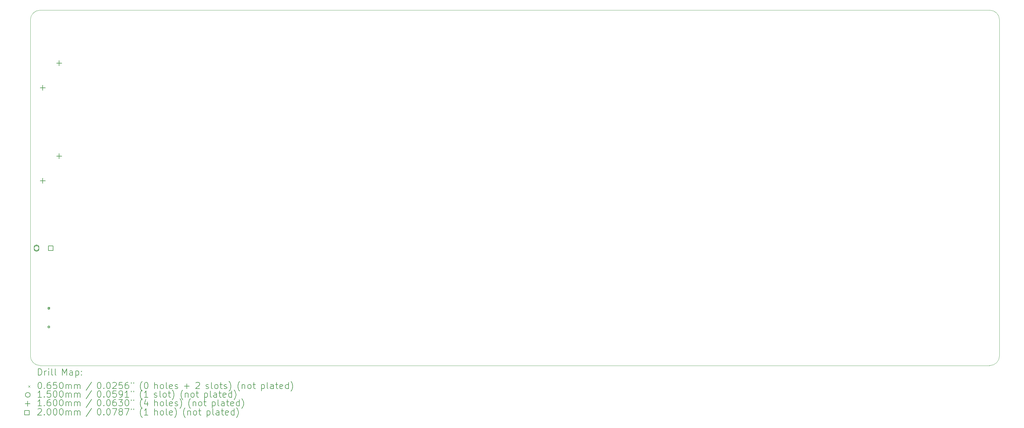
<source format=gbr>
%TF.GenerationSoftware,KiCad,Pcbnew,7.0.0*%
%TF.CreationDate,2023-02-17T23:54:50+01:00*%
%TF.ProjectId,ELController,454c436f-6e74-4726-9f6c-6c65722e6b69,rev?*%
%TF.SameCoordinates,Original*%
%TF.FileFunction,Drillmap*%
%TF.FilePolarity,Positive*%
%FSLAX45Y45*%
G04 Gerber Fmt 4.5, Leading zero omitted, Abs format (unit mm)*
G04 Created by KiCad (PCBNEW 7.0.0) date 2023-02-17 23:54:50*
%MOMM*%
%LPD*%
G01*
G04 APERTURE LIST*
%ADD10C,0.100000*%
%ADD11C,0.200000*%
%ADD12C,0.065000*%
%ADD13C,0.150000*%
%ADD14C,0.160000*%
G04 APERTURE END LIST*
D10*
X31200000Y-11900000D02*
X31200000Y-1500000D01*
X31200000Y-1500000D02*
G75*
G03*
X30900000Y-1200000I-300000J0D01*
G01*
X30900000Y-12200000D02*
G75*
G03*
X31200000Y-11900000I0J300000D01*
G01*
X1200000Y-11900000D02*
G75*
G03*
X1500000Y-12200000I300000J0D01*
G01*
X1200000Y-1500000D02*
X1200000Y-11900000D01*
X1500000Y-1200000D02*
G75*
G03*
X1200000Y-1500000I0J-300000D01*
G01*
X30900000Y-1200000D02*
X1500000Y-1200000D01*
X1500000Y-12200000D02*
X30900000Y-12200000D01*
D11*
D12*
X1737500Y-10394049D02*
X1802500Y-10459049D01*
X1802500Y-10394049D02*
X1737500Y-10459049D01*
D11*
X1737500Y-10426549D02*
X1737500Y-10426549D01*
X1737500Y-10426549D02*
G75*
G03*
X1802500Y-10426549I32500J0D01*
G01*
X1802500Y-10426549D02*
X1802500Y-10426549D01*
X1802500Y-10426549D02*
G75*
G03*
X1737500Y-10426549I-32500J0D01*
G01*
D12*
X1737500Y-10972049D02*
X1802500Y-11037049D01*
X1802500Y-10972049D02*
X1737500Y-11037049D01*
D11*
X1737500Y-11004549D02*
X1737500Y-11004549D01*
X1737500Y-11004549D02*
G75*
G03*
X1802500Y-11004549I32500J0D01*
G01*
X1802500Y-11004549D02*
X1802500Y-11004549D01*
X1802500Y-11004549D02*
G75*
G03*
X1737500Y-11004549I-32500J0D01*
G01*
D13*
X1465000Y-8565549D02*
G75*
G03*
X1465000Y-8565549I-75000J0D01*
G01*
D11*
X1465000Y-8590549D02*
X1465000Y-8540549D01*
X1465000Y-8540549D02*
G75*
G03*
X1315000Y-8540549I-75000J0D01*
G01*
X1315000Y-8540549D02*
X1315000Y-8590549D01*
X1315000Y-8590549D02*
G75*
G03*
X1465000Y-8590549I75000J0D01*
G01*
D14*
X1583000Y-3520000D02*
X1583000Y-3680000D01*
X1503000Y-3600000D02*
X1663000Y-3600000D01*
X1583000Y-6397549D02*
X1583000Y-6557549D01*
X1503000Y-6477549D02*
X1663000Y-6477549D01*
X2091000Y-2758000D02*
X2091000Y-2918000D01*
X2011000Y-2838000D02*
X2171000Y-2838000D01*
X2091000Y-5635549D02*
X2091000Y-5795549D01*
X2011000Y-5715549D02*
X2171000Y-5715549D01*
D11*
X1900711Y-8636260D02*
X1900711Y-8494838D01*
X1759289Y-8494838D01*
X1759289Y-8636260D01*
X1900711Y-8636260D01*
X1442619Y-12498476D02*
X1442619Y-12298476D01*
X1442619Y-12298476D02*
X1490238Y-12298476D01*
X1490238Y-12298476D02*
X1518809Y-12308000D01*
X1518809Y-12308000D02*
X1537857Y-12327048D01*
X1537857Y-12327048D02*
X1547381Y-12346095D01*
X1547381Y-12346095D02*
X1556905Y-12384190D01*
X1556905Y-12384190D02*
X1556905Y-12412762D01*
X1556905Y-12412762D02*
X1547381Y-12450857D01*
X1547381Y-12450857D02*
X1537857Y-12469905D01*
X1537857Y-12469905D02*
X1518809Y-12488952D01*
X1518809Y-12488952D02*
X1490238Y-12498476D01*
X1490238Y-12498476D02*
X1442619Y-12498476D01*
X1642619Y-12498476D02*
X1642619Y-12365143D01*
X1642619Y-12403238D02*
X1652143Y-12384190D01*
X1652143Y-12384190D02*
X1661667Y-12374667D01*
X1661667Y-12374667D02*
X1680714Y-12365143D01*
X1680714Y-12365143D02*
X1699762Y-12365143D01*
X1766428Y-12498476D02*
X1766428Y-12365143D01*
X1766428Y-12298476D02*
X1756905Y-12308000D01*
X1756905Y-12308000D02*
X1766428Y-12317524D01*
X1766428Y-12317524D02*
X1775952Y-12308000D01*
X1775952Y-12308000D02*
X1766428Y-12298476D01*
X1766428Y-12298476D02*
X1766428Y-12317524D01*
X1890238Y-12498476D02*
X1871190Y-12488952D01*
X1871190Y-12488952D02*
X1861667Y-12469905D01*
X1861667Y-12469905D02*
X1861667Y-12298476D01*
X1995000Y-12498476D02*
X1975952Y-12488952D01*
X1975952Y-12488952D02*
X1966428Y-12469905D01*
X1966428Y-12469905D02*
X1966428Y-12298476D01*
X2191190Y-12498476D02*
X2191190Y-12298476D01*
X2191190Y-12298476D02*
X2257857Y-12441333D01*
X2257857Y-12441333D02*
X2324524Y-12298476D01*
X2324524Y-12298476D02*
X2324524Y-12498476D01*
X2505476Y-12498476D02*
X2505476Y-12393714D01*
X2505476Y-12393714D02*
X2495952Y-12374667D01*
X2495952Y-12374667D02*
X2476905Y-12365143D01*
X2476905Y-12365143D02*
X2438809Y-12365143D01*
X2438809Y-12365143D02*
X2419762Y-12374667D01*
X2505476Y-12488952D02*
X2486429Y-12498476D01*
X2486429Y-12498476D02*
X2438809Y-12498476D01*
X2438809Y-12498476D02*
X2419762Y-12488952D01*
X2419762Y-12488952D02*
X2410238Y-12469905D01*
X2410238Y-12469905D02*
X2410238Y-12450857D01*
X2410238Y-12450857D02*
X2419762Y-12431809D01*
X2419762Y-12431809D02*
X2438809Y-12422286D01*
X2438809Y-12422286D02*
X2486429Y-12422286D01*
X2486429Y-12422286D02*
X2505476Y-12412762D01*
X2600714Y-12365143D02*
X2600714Y-12565143D01*
X2600714Y-12374667D02*
X2619762Y-12365143D01*
X2619762Y-12365143D02*
X2657857Y-12365143D01*
X2657857Y-12365143D02*
X2676905Y-12374667D01*
X2676905Y-12374667D02*
X2686429Y-12384190D01*
X2686429Y-12384190D02*
X2695952Y-12403238D01*
X2695952Y-12403238D02*
X2695952Y-12460381D01*
X2695952Y-12460381D02*
X2686429Y-12479428D01*
X2686429Y-12479428D02*
X2676905Y-12488952D01*
X2676905Y-12488952D02*
X2657857Y-12498476D01*
X2657857Y-12498476D02*
X2619762Y-12498476D01*
X2619762Y-12498476D02*
X2600714Y-12488952D01*
X2781667Y-12479428D02*
X2791190Y-12488952D01*
X2791190Y-12488952D02*
X2781667Y-12498476D01*
X2781667Y-12498476D02*
X2772143Y-12488952D01*
X2772143Y-12488952D02*
X2781667Y-12479428D01*
X2781667Y-12479428D02*
X2781667Y-12498476D01*
X2781667Y-12374667D02*
X2791190Y-12384190D01*
X2791190Y-12384190D02*
X2781667Y-12393714D01*
X2781667Y-12393714D02*
X2772143Y-12384190D01*
X2772143Y-12384190D02*
X2781667Y-12374667D01*
X2781667Y-12374667D02*
X2781667Y-12393714D01*
D12*
X1130000Y-12812500D02*
X1195000Y-12877500D01*
X1195000Y-12812500D02*
X1130000Y-12877500D01*
D11*
X1480714Y-12718476D02*
X1499762Y-12718476D01*
X1499762Y-12718476D02*
X1518809Y-12728000D01*
X1518809Y-12728000D02*
X1528333Y-12737524D01*
X1528333Y-12737524D02*
X1537857Y-12756571D01*
X1537857Y-12756571D02*
X1547381Y-12794667D01*
X1547381Y-12794667D02*
X1547381Y-12842286D01*
X1547381Y-12842286D02*
X1537857Y-12880381D01*
X1537857Y-12880381D02*
X1528333Y-12899428D01*
X1528333Y-12899428D02*
X1518809Y-12908952D01*
X1518809Y-12908952D02*
X1499762Y-12918476D01*
X1499762Y-12918476D02*
X1480714Y-12918476D01*
X1480714Y-12918476D02*
X1461667Y-12908952D01*
X1461667Y-12908952D02*
X1452143Y-12899428D01*
X1452143Y-12899428D02*
X1442619Y-12880381D01*
X1442619Y-12880381D02*
X1433095Y-12842286D01*
X1433095Y-12842286D02*
X1433095Y-12794667D01*
X1433095Y-12794667D02*
X1442619Y-12756571D01*
X1442619Y-12756571D02*
X1452143Y-12737524D01*
X1452143Y-12737524D02*
X1461667Y-12728000D01*
X1461667Y-12728000D02*
X1480714Y-12718476D01*
X1633095Y-12899428D02*
X1642619Y-12908952D01*
X1642619Y-12908952D02*
X1633095Y-12918476D01*
X1633095Y-12918476D02*
X1623571Y-12908952D01*
X1623571Y-12908952D02*
X1633095Y-12899428D01*
X1633095Y-12899428D02*
X1633095Y-12918476D01*
X1814048Y-12718476D02*
X1775952Y-12718476D01*
X1775952Y-12718476D02*
X1756905Y-12728000D01*
X1756905Y-12728000D02*
X1747381Y-12737524D01*
X1747381Y-12737524D02*
X1728333Y-12766095D01*
X1728333Y-12766095D02*
X1718809Y-12804190D01*
X1718809Y-12804190D02*
X1718809Y-12880381D01*
X1718809Y-12880381D02*
X1728333Y-12899428D01*
X1728333Y-12899428D02*
X1737857Y-12908952D01*
X1737857Y-12908952D02*
X1756905Y-12918476D01*
X1756905Y-12918476D02*
X1795000Y-12918476D01*
X1795000Y-12918476D02*
X1814048Y-12908952D01*
X1814048Y-12908952D02*
X1823571Y-12899428D01*
X1823571Y-12899428D02*
X1833095Y-12880381D01*
X1833095Y-12880381D02*
X1833095Y-12832762D01*
X1833095Y-12832762D02*
X1823571Y-12813714D01*
X1823571Y-12813714D02*
X1814048Y-12804190D01*
X1814048Y-12804190D02*
X1795000Y-12794667D01*
X1795000Y-12794667D02*
X1756905Y-12794667D01*
X1756905Y-12794667D02*
X1737857Y-12804190D01*
X1737857Y-12804190D02*
X1728333Y-12813714D01*
X1728333Y-12813714D02*
X1718809Y-12832762D01*
X2014048Y-12718476D02*
X1918809Y-12718476D01*
X1918809Y-12718476D02*
X1909286Y-12813714D01*
X1909286Y-12813714D02*
X1918809Y-12804190D01*
X1918809Y-12804190D02*
X1937857Y-12794667D01*
X1937857Y-12794667D02*
X1985476Y-12794667D01*
X1985476Y-12794667D02*
X2004524Y-12804190D01*
X2004524Y-12804190D02*
X2014048Y-12813714D01*
X2014048Y-12813714D02*
X2023571Y-12832762D01*
X2023571Y-12832762D02*
X2023571Y-12880381D01*
X2023571Y-12880381D02*
X2014048Y-12899428D01*
X2014048Y-12899428D02*
X2004524Y-12908952D01*
X2004524Y-12908952D02*
X1985476Y-12918476D01*
X1985476Y-12918476D02*
X1937857Y-12918476D01*
X1937857Y-12918476D02*
X1918809Y-12908952D01*
X1918809Y-12908952D02*
X1909286Y-12899428D01*
X2147381Y-12718476D02*
X2166429Y-12718476D01*
X2166429Y-12718476D02*
X2185476Y-12728000D01*
X2185476Y-12728000D02*
X2195000Y-12737524D01*
X2195000Y-12737524D02*
X2204524Y-12756571D01*
X2204524Y-12756571D02*
X2214048Y-12794667D01*
X2214048Y-12794667D02*
X2214048Y-12842286D01*
X2214048Y-12842286D02*
X2204524Y-12880381D01*
X2204524Y-12880381D02*
X2195000Y-12899428D01*
X2195000Y-12899428D02*
X2185476Y-12908952D01*
X2185476Y-12908952D02*
X2166429Y-12918476D01*
X2166429Y-12918476D02*
X2147381Y-12918476D01*
X2147381Y-12918476D02*
X2128333Y-12908952D01*
X2128333Y-12908952D02*
X2118810Y-12899428D01*
X2118810Y-12899428D02*
X2109286Y-12880381D01*
X2109286Y-12880381D02*
X2099762Y-12842286D01*
X2099762Y-12842286D02*
X2099762Y-12794667D01*
X2099762Y-12794667D02*
X2109286Y-12756571D01*
X2109286Y-12756571D02*
X2118810Y-12737524D01*
X2118810Y-12737524D02*
X2128333Y-12728000D01*
X2128333Y-12728000D02*
X2147381Y-12718476D01*
X2299762Y-12918476D02*
X2299762Y-12785143D01*
X2299762Y-12804190D02*
X2309286Y-12794667D01*
X2309286Y-12794667D02*
X2328333Y-12785143D01*
X2328333Y-12785143D02*
X2356905Y-12785143D01*
X2356905Y-12785143D02*
X2375952Y-12794667D01*
X2375952Y-12794667D02*
X2385476Y-12813714D01*
X2385476Y-12813714D02*
X2385476Y-12918476D01*
X2385476Y-12813714D02*
X2395000Y-12794667D01*
X2395000Y-12794667D02*
X2414048Y-12785143D01*
X2414048Y-12785143D02*
X2442619Y-12785143D01*
X2442619Y-12785143D02*
X2461667Y-12794667D01*
X2461667Y-12794667D02*
X2471191Y-12813714D01*
X2471191Y-12813714D02*
X2471191Y-12918476D01*
X2566429Y-12918476D02*
X2566429Y-12785143D01*
X2566429Y-12804190D02*
X2575952Y-12794667D01*
X2575952Y-12794667D02*
X2595000Y-12785143D01*
X2595000Y-12785143D02*
X2623572Y-12785143D01*
X2623572Y-12785143D02*
X2642619Y-12794667D01*
X2642619Y-12794667D02*
X2652143Y-12813714D01*
X2652143Y-12813714D02*
X2652143Y-12918476D01*
X2652143Y-12813714D02*
X2661667Y-12794667D01*
X2661667Y-12794667D02*
X2680714Y-12785143D01*
X2680714Y-12785143D02*
X2709286Y-12785143D01*
X2709286Y-12785143D02*
X2728333Y-12794667D01*
X2728333Y-12794667D02*
X2737857Y-12813714D01*
X2737857Y-12813714D02*
X2737857Y-12918476D01*
X3095952Y-12708952D02*
X2924524Y-12966095D01*
X3320714Y-12718476D02*
X3339762Y-12718476D01*
X3339762Y-12718476D02*
X3358810Y-12728000D01*
X3358810Y-12728000D02*
X3368333Y-12737524D01*
X3368333Y-12737524D02*
X3377857Y-12756571D01*
X3377857Y-12756571D02*
X3387381Y-12794667D01*
X3387381Y-12794667D02*
X3387381Y-12842286D01*
X3387381Y-12842286D02*
X3377857Y-12880381D01*
X3377857Y-12880381D02*
X3368333Y-12899428D01*
X3368333Y-12899428D02*
X3358810Y-12908952D01*
X3358810Y-12908952D02*
X3339762Y-12918476D01*
X3339762Y-12918476D02*
X3320714Y-12918476D01*
X3320714Y-12918476D02*
X3301667Y-12908952D01*
X3301667Y-12908952D02*
X3292143Y-12899428D01*
X3292143Y-12899428D02*
X3282619Y-12880381D01*
X3282619Y-12880381D02*
X3273095Y-12842286D01*
X3273095Y-12842286D02*
X3273095Y-12794667D01*
X3273095Y-12794667D02*
X3282619Y-12756571D01*
X3282619Y-12756571D02*
X3292143Y-12737524D01*
X3292143Y-12737524D02*
X3301667Y-12728000D01*
X3301667Y-12728000D02*
X3320714Y-12718476D01*
X3473095Y-12899428D02*
X3482619Y-12908952D01*
X3482619Y-12908952D02*
X3473095Y-12918476D01*
X3473095Y-12918476D02*
X3463571Y-12908952D01*
X3463571Y-12908952D02*
X3473095Y-12899428D01*
X3473095Y-12899428D02*
X3473095Y-12918476D01*
X3606429Y-12718476D02*
X3625476Y-12718476D01*
X3625476Y-12718476D02*
X3644524Y-12728000D01*
X3644524Y-12728000D02*
X3654048Y-12737524D01*
X3654048Y-12737524D02*
X3663571Y-12756571D01*
X3663571Y-12756571D02*
X3673095Y-12794667D01*
X3673095Y-12794667D02*
X3673095Y-12842286D01*
X3673095Y-12842286D02*
X3663571Y-12880381D01*
X3663571Y-12880381D02*
X3654048Y-12899428D01*
X3654048Y-12899428D02*
X3644524Y-12908952D01*
X3644524Y-12908952D02*
X3625476Y-12918476D01*
X3625476Y-12918476D02*
X3606429Y-12918476D01*
X3606429Y-12918476D02*
X3587381Y-12908952D01*
X3587381Y-12908952D02*
X3577857Y-12899428D01*
X3577857Y-12899428D02*
X3568333Y-12880381D01*
X3568333Y-12880381D02*
X3558810Y-12842286D01*
X3558810Y-12842286D02*
X3558810Y-12794667D01*
X3558810Y-12794667D02*
X3568333Y-12756571D01*
X3568333Y-12756571D02*
X3577857Y-12737524D01*
X3577857Y-12737524D02*
X3587381Y-12728000D01*
X3587381Y-12728000D02*
X3606429Y-12718476D01*
X3749286Y-12737524D02*
X3758810Y-12728000D01*
X3758810Y-12728000D02*
X3777857Y-12718476D01*
X3777857Y-12718476D02*
X3825476Y-12718476D01*
X3825476Y-12718476D02*
X3844524Y-12728000D01*
X3844524Y-12728000D02*
X3854048Y-12737524D01*
X3854048Y-12737524D02*
X3863571Y-12756571D01*
X3863571Y-12756571D02*
X3863571Y-12775619D01*
X3863571Y-12775619D02*
X3854048Y-12804190D01*
X3854048Y-12804190D02*
X3739762Y-12918476D01*
X3739762Y-12918476D02*
X3863571Y-12918476D01*
X4044524Y-12718476D02*
X3949286Y-12718476D01*
X3949286Y-12718476D02*
X3939762Y-12813714D01*
X3939762Y-12813714D02*
X3949286Y-12804190D01*
X3949286Y-12804190D02*
X3968333Y-12794667D01*
X3968333Y-12794667D02*
X4015952Y-12794667D01*
X4015952Y-12794667D02*
X4035000Y-12804190D01*
X4035000Y-12804190D02*
X4044524Y-12813714D01*
X4044524Y-12813714D02*
X4054048Y-12832762D01*
X4054048Y-12832762D02*
X4054048Y-12880381D01*
X4054048Y-12880381D02*
X4044524Y-12899428D01*
X4044524Y-12899428D02*
X4035000Y-12908952D01*
X4035000Y-12908952D02*
X4015952Y-12918476D01*
X4015952Y-12918476D02*
X3968333Y-12918476D01*
X3968333Y-12918476D02*
X3949286Y-12908952D01*
X3949286Y-12908952D02*
X3939762Y-12899428D01*
X4225476Y-12718476D02*
X4187381Y-12718476D01*
X4187381Y-12718476D02*
X4168333Y-12728000D01*
X4168333Y-12728000D02*
X4158810Y-12737524D01*
X4158810Y-12737524D02*
X4139762Y-12766095D01*
X4139762Y-12766095D02*
X4130238Y-12804190D01*
X4130238Y-12804190D02*
X4130238Y-12880381D01*
X4130238Y-12880381D02*
X4139762Y-12899428D01*
X4139762Y-12899428D02*
X4149286Y-12908952D01*
X4149286Y-12908952D02*
X4168333Y-12918476D01*
X4168333Y-12918476D02*
X4206429Y-12918476D01*
X4206429Y-12918476D02*
X4225476Y-12908952D01*
X4225476Y-12908952D02*
X4235000Y-12899428D01*
X4235000Y-12899428D02*
X4244524Y-12880381D01*
X4244524Y-12880381D02*
X4244524Y-12832762D01*
X4244524Y-12832762D02*
X4235000Y-12813714D01*
X4235000Y-12813714D02*
X4225476Y-12804190D01*
X4225476Y-12804190D02*
X4206429Y-12794667D01*
X4206429Y-12794667D02*
X4168333Y-12794667D01*
X4168333Y-12794667D02*
X4149286Y-12804190D01*
X4149286Y-12804190D02*
X4139762Y-12813714D01*
X4139762Y-12813714D02*
X4130238Y-12832762D01*
X4320714Y-12718476D02*
X4320714Y-12756571D01*
X4396905Y-12718476D02*
X4396905Y-12756571D01*
X4659762Y-12994667D02*
X4650238Y-12985143D01*
X4650238Y-12985143D02*
X4631191Y-12956571D01*
X4631191Y-12956571D02*
X4621667Y-12937524D01*
X4621667Y-12937524D02*
X4612143Y-12908952D01*
X4612143Y-12908952D02*
X4602619Y-12861333D01*
X4602619Y-12861333D02*
X4602619Y-12823238D01*
X4602619Y-12823238D02*
X4612143Y-12775619D01*
X4612143Y-12775619D02*
X4621667Y-12747048D01*
X4621667Y-12747048D02*
X4631191Y-12728000D01*
X4631191Y-12728000D02*
X4650238Y-12699428D01*
X4650238Y-12699428D02*
X4659762Y-12689905D01*
X4774048Y-12718476D02*
X4793095Y-12718476D01*
X4793095Y-12718476D02*
X4812143Y-12728000D01*
X4812143Y-12728000D02*
X4821667Y-12737524D01*
X4821667Y-12737524D02*
X4831191Y-12756571D01*
X4831191Y-12756571D02*
X4840714Y-12794667D01*
X4840714Y-12794667D02*
X4840714Y-12842286D01*
X4840714Y-12842286D02*
X4831191Y-12880381D01*
X4831191Y-12880381D02*
X4821667Y-12899428D01*
X4821667Y-12899428D02*
X4812143Y-12908952D01*
X4812143Y-12908952D02*
X4793095Y-12918476D01*
X4793095Y-12918476D02*
X4774048Y-12918476D01*
X4774048Y-12918476D02*
X4755000Y-12908952D01*
X4755000Y-12908952D02*
X4745476Y-12899428D01*
X4745476Y-12899428D02*
X4735953Y-12880381D01*
X4735953Y-12880381D02*
X4726429Y-12842286D01*
X4726429Y-12842286D02*
X4726429Y-12794667D01*
X4726429Y-12794667D02*
X4735953Y-12756571D01*
X4735953Y-12756571D02*
X4745476Y-12737524D01*
X4745476Y-12737524D02*
X4755000Y-12728000D01*
X4755000Y-12728000D02*
X4774048Y-12718476D01*
X5046429Y-12918476D02*
X5046429Y-12718476D01*
X5132143Y-12918476D02*
X5132143Y-12813714D01*
X5132143Y-12813714D02*
X5122619Y-12794667D01*
X5122619Y-12794667D02*
X5103572Y-12785143D01*
X5103572Y-12785143D02*
X5075000Y-12785143D01*
X5075000Y-12785143D02*
X5055953Y-12794667D01*
X5055953Y-12794667D02*
X5046429Y-12804190D01*
X5255953Y-12918476D02*
X5236905Y-12908952D01*
X5236905Y-12908952D02*
X5227381Y-12899428D01*
X5227381Y-12899428D02*
X5217857Y-12880381D01*
X5217857Y-12880381D02*
X5217857Y-12823238D01*
X5217857Y-12823238D02*
X5227381Y-12804190D01*
X5227381Y-12804190D02*
X5236905Y-12794667D01*
X5236905Y-12794667D02*
X5255953Y-12785143D01*
X5255953Y-12785143D02*
X5284524Y-12785143D01*
X5284524Y-12785143D02*
X5303572Y-12794667D01*
X5303572Y-12794667D02*
X5313095Y-12804190D01*
X5313095Y-12804190D02*
X5322619Y-12823238D01*
X5322619Y-12823238D02*
X5322619Y-12880381D01*
X5322619Y-12880381D02*
X5313095Y-12899428D01*
X5313095Y-12899428D02*
X5303572Y-12908952D01*
X5303572Y-12908952D02*
X5284524Y-12918476D01*
X5284524Y-12918476D02*
X5255953Y-12918476D01*
X5436905Y-12918476D02*
X5417857Y-12908952D01*
X5417857Y-12908952D02*
X5408334Y-12889905D01*
X5408334Y-12889905D02*
X5408334Y-12718476D01*
X5589286Y-12908952D02*
X5570238Y-12918476D01*
X5570238Y-12918476D02*
X5532143Y-12918476D01*
X5532143Y-12918476D02*
X5513095Y-12908952D01*
X5513095Y-12908952D02*
X5503572Y-12889905D01*
X5503572Y-12889905D02*
X5503572Y-12813714D01*
X5503572Y-12813714D02*
X5513095Y-12794667D01*
X5513095Y-12794667D02*
X5532143Y-12785143D01*
X5532143Y-12785143D02*
X5570238Y-12785143D01*
X5570238Y-12785143D02*
X5589286Y-12794667D01*
X5589286Y-12794667D02*
X5598810Y-12813714D01*
X5598810Y-12813714D02*
X5598810Y-12832762D01*
X5598810Y-12832762D02*
X5503572Y-12851809D01*
X5675000Y-12908952D02*
X5694048Y-12918476D01*
X5694048Y-12918476D02*
X5732143Y-12918476D01*
X5732143Y-12918476D02*
X5751191Y-12908952D01*
X5751191Y-12908952D02*
X5760714Y-12889905D01*
X5760714Y-12889905D02*
X5760714Y-12880381D01*
X5760714Y-12880381D02*
X5751191Y-12861333D01*
X5751191Y-12861333D02*
X5732143Y-12851809D01*
X5732143Y-12851809D02*
X5703572Y-12851809D01*
X5703572Y-12851809D02*
X5684524Y-12842286D01*
X5684524Y-12842286D02*
X5675000Y-12823238D01*
X5675000Y-12823238D02*
X5675000Y-12813714D01*
X5675000Y-12813714D02*
X5684524Y-12794667D01*
X5684524Y-12794667D02*
X5703572Y-12785143D01*
X5703572Y-12785143D02*
X5732143Y-12785143D01*
X5732143Y-12785143D02*
X5751191Y-12794667D01*
X5966429Y-12842286D02*
X6118810Y-12842286D01*
X6042619Y-12918476D02*
X6042619Y-12766095D01*
X6324524Y-12737524D02*
X6334048Y-12728000D01*
X6334048Y-12728000D02*
X6353095Y-12718476D01*
X6353095Y-12718476D02*
X6400714Y-12718476D01*
X6400714Y-12718476D02*
X6419762Y-12728000D01*
X6419762Y-12728000D02*
X6429286Y-12737524D01*
X6429286Y-12737524D02*
X6438810Y-12756571D01*
X6438810Y-12756571D02*
X6438810Y-12775619D01*
X6438810Y-12775619D02*
X6429286Y-12804190D01*
X6429286Y-12804190D02*
X6315000Y-12918476D01*
X6315000Y-12918476D02*
X6438810Y-12918476D01*
X6635000Y-12908952D02*
X6654048Y-12918476D01*
X6654048Y-12918476D02*
X6692143Y-12918476D01*
X6692143Y-12918476D02*
X6711191Y-12908952D01*
X6711191Y-12908952D02*
X6720714Y-12889905D01*
X6720714Y-12889905D02*
X6720714Y-12880381D01*
X6720714Y-12880381D02*
X6711191Y-12861333D01*
X6711191Y-12861333D02*
X6692143Y-12851809D01*
X6692143Y-12851809D02*
X6663572Y-12851809D01*
X6663572Y-12851809D02*
X6644524Y-12842286D01*
X6644524Y-12842286D02*
X6635000Y-12823238D01*
X6635000Y-12823238D02*
X6635000Y-12813714D01*
X6635000Y-12813714D02*
X6644524Y-12794667D01*
X6644524Y-12794667D02*
X6663572Y-12785143D01*
X6663572Y-12785143D02*
X6692143Y-12785143D01*
X6692143Y-12785143D02*
X6711191Y-12794667D01*
X6835000Y-12918476D02*
X6815953Y-12908952D01*
X6815953Y-12908952D02*
X6806429Y-12889905D01*
X6806429Y-12889905D02*
X6806429Y-12718476D01*
X6939762Y-12918476D02*
X6920714Y-12908952D01*
X6920714Y-12908952D02*
X6911191Y-12899428D01*
X6911191Y-12899428D02*
X6901667Y-12880381D01*
X6901667Y-12880381D02*
X6901667Y-12823238D01*
X6901667Y-12823238D02*
X6911191Y-12804190D01*
X6911191Y-12804190D02*
X6920714Y-12794667D01*
X6920714Y-12794667D02*
X6939762Y-12785143D01*
X6939762Y-12785143D02*
X6968334Y-12785143D01*
X6968334Y-12785143D02*
X6987381Y-12794667D01*
X6987381Y-12794667D02*
X6996905Y-12804190D01*
X6996905Y-12804190D02*
X7006429Y-12823238D01*
X7006429Y-12823238D02*
X7006429Y-12880381D01*
X7006429Y-12880381D02*
X6996905Y-12899428D01*
X6996905Y-12899428D02*
X6987381Y-12908952D01*
X6987381Y-12908952D02*
X6968334Y-12918476D01*
X6968334Y-12918476D02*
X6939762Y-12918476D01*
X7063572Y-12785143D02*
X7139762Y-12785143D01*
X7092143Y-12718476D02*
X7092143Y-12889905D01*
X7092143Y-12889905D02*
X7101667Y-12908952D01*
X7101667Y-12908952D02*
X7120714Y-12918476D01*
X7120714Y-12918476D02*
X7139762Y-12918476D01*
X7196905Y-12908952D02*
X7215953Y-12918476D01*
X7215953Y-12918476D02*
X7254048Y-12918476D01*
X7254048Y-12918476D02*
X7273095Y-12908952D01*
X7273095Y-12908952D02*
X7282619Y-12889905D01*
X7282619Y-12889905D02*
X7282619Y-12880381D01*
X7282619Y-12880381D02*
X7273095Y-12861333D01*
X7273095Y-12861333D02*
X7254048Y-12851809D01*
X7254048Y-12851809D02*
X7225476Y-12851809D01*
X7225476Y-12851809D02*
X7206429Y-12842286D01*
X7206429Y-12842286D02*
X7196905Y-12823238D01*
X7196905Y-12823238D02*
X7196905Y-12813714D01*
X7196905Y-12813714D02*
X7206429Y-12794667D01*
X7206429Y-12794667D02*
X7225476Y-12785143D01*
X7225476Y-12785143D02*
X7254048Y-12785143D01*
X7254048Y-12785143D02*
X7273095Y-12794667D01*
X7349286Y-12994667D02*
X7358810Y-12985143D01*
X7358810Y-12985143D02*
X7377857Y-12956571D01*
X7377857Y-12956571D02*
X7387381Y-12937524D01*
X7387381Y-12937524D02*
X7396905Y-12908952D01*
X7396905Y-12908952D02*
X7406429Y-12861333D01*
X7406429Y-12861333D02*
X7406429Y-12823238D01*
X7406429Y-12823238D02*
X7396905Y-12775619D01*
X7396905Y-12775619D02*
X7387381Y-12747048D01*
X7387381Y-12747048D02*
X7377857Y-12728000D01*
X7377857Y-12728000D02*
X7358810Y-12699428D01*
X7358810Y-12699428D02*
X7349286Y-12689905D01*
X7678810Y-12994667D02*
X7669286Y-12985143D01*
X7669286Y-12985143D02*
X7650238Y-12956571D01*
X7650238Y-12956571D02*
X7640714Y-12937524D01*
X7640714Y-12937524D02*
X7631191Y-12908952D01*
X7631191Y-12908952D02*
X7621667Y-12861333D01*
X7621667Y-12861333D02*
X7621667Y-12823238D01*
X7621667Y-12823238D02*
X7631191Y-12775619D01*
X7631191Y-12775619D02*
X7640714Y-12747048D01*
X7640714Y-12747048D02*
X7650238Y-12728000D01*
X7650238Y-12728000D02*
X7669286Y-12699428D01*
X7669286Y-12699428D02*
X7678810Y-12689905D01*
X7755000Y-12785143D02*
X7755000Y-12918476D01*
X7755000Y-12804190D02*
X7764524Y-12794667D01*
X7764524Y-12794667D02*
X7783572Y-12785143D01*
X7783572Y-12785143D02*
X7812143Y-12785143D01*
X7812143Y-12785143D02*
X7831191Y-12794667D01*
X7831191Y-12794667D02*
X7840714Y-12813714D01*
X7840714Y-12813714D02*
X7840714Y-12918476D01*
X7964524Y-12918476D02*
X7945476Y-12908952D01*
X7945476Y-12908952D02*
X7935953Y-12899428D01*
X7935953Y-12899428D02*
X7926429Y-12880381D01*
X7926429Y-12880381D02*
X7926429Y-12823238D01*
X7926429Y-12823238D02*
X7935953Y-12804190D01*
X7935953Y-12804190D02*
X7945476Y-12794667D01*
X7945476Y-12794667D02*
X7964524Y-12785143D01*
X7964524Y-12785143D02*
X7993095Y-12785143D01*
X7993095Y-12785143D02*
X8012143Y-12794667D01*
X8012143Y-12794667D02*
X8021667Y-12804190D01*
X8021667Y-12804190D02*
X8031191Y-12823238D01*
X8031191Y-12823238D02*
X8031191Y-12880381D01*
X8031191Y-12880381D02*
X8021667Y-12899428D01*
X8021667Y-12899428D02*
X8012143Y-12908952D01*
X8012143Y-12908952D02*
X7993095Y-12918476D01*
X7993095Y-12918476D02*
X7964524Y-12918476D01*
X8088334Y-12785143D02*
X8164524Y-12785143D01*
X8116905Y-12718476D02*
X8116905Y-12889905D01*
X8116905Y-12889905D02*
X8126429Y-12908952D01*
X8126429Y-12908952D02*
X8145476Y-12918476D01*
X8145476Y-12918476D02*
X8164524Y-12918476D01*
X8351191Y-12785143D02*
X8351191Y-12985143D01*
X8351191Y-12794667D02*
X8370238Y-12785143D01*
X8370238Y-12785143D02*
X8408334Y-12785143D01*
X8408334Y-12785143D02*
X8427381Y-12794667D01*
X8427381Y-12794667D02*
X8436905Y-12804190D01*
X8436905Y-12804190D02*
X8446429Y-12823238D01*
X8446429Y-12823238D02*
X8446429Y-12880381D01*
X8446429Y-12880381D02*
X8436905Y-12899428D01*
X8436905Y-12899428D02*
X8427381Y-12908952D01*
X8427381Y-12908952D02*
X8408334Y-12918476D01*
X8408334Y-12918476D02*
X8370238Y-12918476D01*
X8370238Y-12918476D02*
X8351191Y-12908952D01*
X8560715Y-12918476D02*
X8541667Y-12908952D01*
X8541667Y-12908952D02*
X8532143Y-12889905D01*
X8532143Y-12889905D02*
X8532143Y-12718476D01*
X8722619Y-12918476D02*
X8722619Y-12813714D01*
X8722619Y-12813714D02*
X8713096Y-12794667D01*
X8713096Y-12794667D02*
X8694048Y-12785143D01*
X8694048Y-12785143D02*
X8655953Y-12785143D01*
X8655953Y-12785143D02*
X8636905Y-12794667D01*
X8722619Y-12908952D02*
X8703572Y-12918476D01*
X8703572Y-12918476D02*
X8655953Y-12918476D01*
X8655953Y-12918476D02*
X8636905Y-12908952D01*
X8636905Y-12908952D02*
X8627381Y-12889905D01*
X8627381Y-12889905D02*
X8627381Y-12870857D01*
X8627381Y-12870857D02*
X8636905Y-12851809D01*
X8636905Y-12851809D02*
X8655953Y-12842286D01*
X8655953Y-12842286D02*
X8703572Y-12842286D01*
X8703572Y-12842286D02*
X8722619Y-12832762D01*
X8789286Y-12785143D02*
X8865476Y-12785143D01*
X8817857Y-12718476D02*
X8817857Y-12889905D01*
X8817857Y-12889905D02*
X8827381Y-12908952D01*
X8827381Y-12908952D02*
X8846429Y-12918476D01*
X8846429Y-12918476D02*
X8865476Y-12918476D01*
X9008334Y-12908952D02*
X8989286Y-12918476D01*
X8989286Y-12918476D02*
X8951191Y-12918476D01*
X8951191Y-12918476D02*
X8932143Y-12908952D01*
X8932143Y-12908952D02*
X8922619Y-12889905D01*
X8922619Y-12889905D02*
X8922619Y-12813714D01*
X8922619Y-12813714D02*
X8932143Y-12794667D01*
X8932143Y-12794667D02*
X8951191Y-12785143D01*
X8951191Y-12785143D02*
X8989286Y-12785143D01*
X8989286Y-12785143D02*
X9008334Y-12794667D01*
X9008334Y-12794667D02*
X9017857Y-12813714D01*
X9017857Y-12813714D02*
X9017857Y-12832762D01*
X9017857Y-12832762D02*
X8922619Y-12851809D01*
X9189286Y-12918476D02*
X9189286Y-12718476D01*
X9189286Y-12908952D02*
X9170238Y-12918476D01*
X9170238Y-12918476D02*
X9132143Y-12918476D01*
X9132143Y-12918476D02*
X9113096Y-12908952D01*
X9113096Y-12908952D02*
X9103572Y-12899428D01*
X9103572Y-12899428D02*
X9094048Y-12880381D01*
X9094048Y-12880381D02*
X9094048Y-12823238D01*
X9094048Y-12823238D02*
X9103572Y-12804190D01*
X9103572Y-12804190D02*
X9113096Y-12794667D01*
X9113096Y-12794667D02*
X9132143Y-12785143D01*
X9132143Y-12785143D02*
X9170238Y-12785143D01*
X9170238Y-12785143D02*
X9189286Y-12794667D01*
X9265477Y-12994667D02*
X9275000Y-12985143D01*
X9275000Y-12985143D02*
X9294048Y-12956571D01*
X9294048Y-12956571D02*
X9303572Y-12937524D01*
X9303572Y-12937524D02*
X9313096Y-12908952D01*
X9313096Y-12908952D02*
X9322619Y-12861333D01*
X9322619Y-12861333D02*
X9322619Y-12823238D01*
X9322619Y-12823238D02*
X9313096Y-12775619D01*
X9313096Y-12775619D02*
X9303572Y-12747048D01*
X9303572Y-12747048D02*
X9294048Y-12728000D01*
X9294048Y-12728000D02*
X9275000Y-12699428D01*
X9275000Y-12699428D02*
X9265477Y-12689905D01*
D13*
X1195000Y-13109000D02*
G75*
G03*
X1195000Y-13109000I-75000J0D01*
G01*
D11*
X1547381Y-13182476D02*
X1433095Y-13182476D01*
X1490238Y-13182476D02*
X1490238Y-12982476D01*
X1490238Y-12982476D02*
X1471190Y-13011048D01*
X1471190Y-13011048D02*
X1452143Y-13030095D01*
X1452143Y-13030095D02*
X1433095Y-13039619D01*
X1633095Y-13163428D02*
X1642619Y-13172952D01*
X1642619Y-13172952D02*
X1633095Y-13182476D01*
X1633095Y-13182476D02*
X1623571Y-13172952D01*
X1623571Y-13172952D02*
X1633095Y-13163428D01*
X1633095Y-13163428D02*
X1633095Y-13182476D01*
X1823571Y-12982476D02*
X1728333Y-12982476D01*
X1728333Y-12982476D02*
X1718809Y-13077714D01*
X1718809Y-13077714D02*
X1728333Y-13068190D01*
X1728333Y-13068190D02*
X1747381Y-13058667D01*
X1747381Y-13058667D02*
X1795000Y-13058667D01*
X1795000Y-13058667D02*
X1814048Y-13068190D01*
X1814048Y-13068190D02*
X1823571Y-13077714D01*
X1823571Y-13077714D02*
X1833095Y-13096762D01*
X1833095Y-13096762D02*
X1833095Y-13144381D01*
X1833095Y-13144381D02*
X1823571Y-13163428D01*
X1823571Y-13163428D02*
X1814048Y-13172952D01*
X1814048Y-13172952D02*
X1795000Y-13182476D01*
X1795000Y-13182476D02*
X1747381Y-13182476D01*
X1747381Y-13182476D02*
X1728333Y-13172952D01*
X1728333Y-13172952D02*
X1718809Y-13163428D01*
X1956905Y-12982476D02*
X1975952Y-12982476D01*
X1975952Y-12982476D02*
X1995000Y-12992000D01*
X1995000Y-12992000D02*
X2004524Y-13001524D01*
X2004524Y-13001524D02*
X2014048Y-13020571D01*
X2014048Y-13020571D02*
X2023571Y-13058667D01*
X2023571Y-13058667D02*
X2023571Y-13106286D01*
X2023571Y-13106286D02*
X2014048Y-13144381D01*
X2014048Y-13144381D02*
X2004524Y-13163428D01*
X2004524Y-13163428D02*
X1995000Y-13172952D01*
X1995000Y-13172952D02*
X1975952Y-13182476D01*
X1975952Y-13182476D02*
X1956905Y-13182476D01*
X1956905Y-13182476D02*
X1937857Y-13172952D01*
X1937857Y-13172952D02*
X1928333Y-13163428D01*
X1928333Y-13163428D02*
X1918809Y-13144381D01*
X1918809Y-13144381D02*
X1909286Y-13106286D01*
X1909286Y-13106286D02*
X1909286Y-13058667D01*
X1909286Y-13058667D02*
X1918809Y-13020571D01*
X1918809Y-13020571D02*
X1928333Y-13001524D01*
X1928333Y-13001524D02*
X1937857Y-12992000D01*
X1937857Y-12992000D02*
X1956905Y-12982476D01*
X2147381Y-12982476D02*
X2166429Y-12982476D01*
X2166429Y-12982476D02*
X2185476Y-12992000D01*
X2185476Y-12992000D02*
X2195000Y-13001524D01*
X2195000Y-13001524D02*
X2204524Y-13020571D01*
X2204524Y-13020571D02*
X2214048Y-13058667D01*
X2214048Y-13058667D02*
X2214048Y-13106286D01*
X2214048Y-13106286D02*
X2204524Y-13144381D01*
X2204524Y-13144381D02*
X2195000Y-13163428D01*
X2195000Y-13163428D02*
X2185476Y-13172952D01*
X2185476Y-13172952D02*
X2166429Y-13182476D01*
X2166429Y-13182476D02*
X2147381Y-13182476D01*
X2147381Y-13182476D02*
X2128333Y-13172952D01*
X2128333Y-13172952D02*
X2118810Y-13163428D01*
X2118810Y-13163428D02*
X2109286Y-13144381D01*
X2109286Y-13144381D02*
X2099762Y-13106286D01*
X2099762Y-13106286D02*
X2099762Y-13058667D01*
X2099762Y-13058667D02*
X2109286Y-13020571D01*
X2109286Y-13020571D02*
X2118810Y-13001524D01*
X2118810Y-13001524D02*
X2128333Y-12992000D01*
X2128333Y-12992000D02*
X2147381Y-12982476D01*
X2299762Y-13182476D02*
X2299762Y-13049143D01*
X2299762Y-13068190D02*
X2309286Y-13058667D01*
X2309286Y-13058667D02*
X2328333Y-13049143D01*
X2328333Y-13049143D02*
X2356905Y-13049143D01*
X2356905Y-13049143D02*
X2375952Y-13058667D01*
X2375952Y-13058667D02*
X2385476Y-13077714D01*
X2385476Y-13077714D02*
X2385476Y-13182476D01*
X2385476Y-13077714D02*
X2395000Y-13058667D01*
X2395000Y-13058667D02*
X2414048Y-13049143D01*
X2414048Y-13049143D02*
X2442619Y-13049143D01*
X2442619Y-13049143D02*
X2461667Y-13058667D01*
X2461667Y-13058667D02*
X2471191Y-13077714D01*
X2471191Y-13077714D02*
X2471191Y-13182476D01*
X2566429Y-13182476D02*
X2566429Y-13049143D01*
X2566429Y-13068190D02*
X2575952Y-13058667D01*
X2575952Y-13058667D02*
X2595000Y-13049143D01*
X2595000Y-13049143D02*
X2623572Y-13049143D01*
X2623572Y-13049143D02*
X2642619Y-13058667D01*
X2642619Y-13058667D02*
X2652143Y-13077714D01*
X2652143Y-13077714D02*
X2652143Y-13182476D01*
X2652143Y-13077714D02*
X2661667Y-13058667D01*
X2661667Y-13058667D02*
X2680714Y-13049143D01*
X2680714Y-13049143D02*
X2709286Y-13049143D01*
X2709286Y-13049143D02*
X2728333Y-13058667D01*
X2728333Y-13058667D02*
X2737857Y-13077714D01*
X2737857Y-13077714D02*
X2737857Y-13182476D01*
X3095952Y-12972952D02*
X2924524Y-13230095D01*
X3320714Y-12982476D02*
X3339762Y-12982476D01*
X3339762Y-12982476D02*
X3358810Y-12992000D01*
X3358810Y-12992000D02*
X3368333Y-13001524D01*
X3368333Y-13001524D02*
X3377857Y-13020571D01*
X3377857Y-13020571D02*
X3387381Y-13058667D01*
X3387381Y-13058667D02*
X3387381Y-13106286D01*
X3387381Y-13106286D02*
X3377857Y-13144381D01*
X3377857Y-13144381D02*
X3368333Y-13163428D01*
X3368333Y-13163428D02*
X3358810Y-13172952D01*
X3358810Y-13172952D02*
X3339762Y-13182476D01*
X3339762Y-13182476D02*
X3320714Y-13182476D01*
X3320714Y-13182476D02*
X3301667Y-13172952D01*
X3301667Y-13172952D02*
X3292143Y-13163428D01*
X3292143Y-13163428D02*
X3282619Y-13144381D01*
X3282619Y-13144381D02*
X3273095Y-13106286D01*
X3273095Y-13106286D02*
X3273095Y-13058667D01*
X3273095Y-13058667D02*
X3282619Y-13020571D01*
X3282619Y-13020571D02*
X3292143Y-13001524D01*
X3292143Y-13001524D02*
X3301667Y-12992000D01*
X3301667Y-12992000D02*
X3320714Y-12982476D01*
X3473095Y-13163428D02*
X3482619Y-13172952D01*
X3482619Y-13172952D02*
X3473095Y-13182476D01*
X3473095Y-13182476D02*
X3463571Y-13172952D01*
X3463571Y-13172952D02*
X3473095Y-13163428D01*
X3473095Y-13163428D02*
X3473095Y-13182476D01*
X3606429Y-12982476D02*
X3625476Y-12982476D01*
X3625476Y-12982476D02*
X3644524Y-12992000D01*
X3644524Y-12992000D02*
X3654048Y-13001524D01*
X3654048Y-13001524D02*
X3663571Y-13020571D01*
X3663571Y-13020571D02*
X3673095Y-13058667D01*
X3673095Y-13058667D02*
X3673095Y-13106286D01*
X3673095Y-13106286D02*
X3663571Y-13144381D01*
X3663571Y-13144381D02*
X3654048Y-13163428D01*
X3654048Y-13163428D02*
X3644524Y-13172952D01*
X3644524Y-13172952D02*
X3625476Y-13182476D01*
X3625476Y-13182476D02*
X3606429Y-13182476D01*
X3606429Y-13182476D02*
X3587381Y-13172952D01*
X3587381Y-13172952D02*
X3577857Y-13163428D01*
X3577857Y-13163428D02*
X3568333Y-13144381D01*
X3568333Y-13144381D02*
X3558810Y-13106286D01*
X3558810Y-13106286D02*
X3558810Y-13058667D01*
X3558810Y-13058667D02*
X3568333Y-13020571D01*
X3568333Y-13020571D02*
X3577857Y-13001524D01*
X3577857Y-13001524D02*
X3587381Y-12992000D01*
X3587381Y-12992000D02*
X3606429Y-12982476D01*
X3854048Y-12982476D02*
X3758810Y-12982476D01*
X3758810Y-12982476D02*
X3749286Y-13077714D01*
X3749286Y-13077714D02*
X3758810Y-13068190D01*
X3758810Y-13068190D02*
X3777857Y-13058667D01*
X3777857Y-13058667D02*
X3825476Y-13058667D01*
X3825476Y-13058667D02*
X3844524Y-13068190D01*
X3844524Y-13068190D02*
X3854048Y-13077714D01*
X3854048Y-13077714D02*
X3863571Y-13096762D01*
X3863571Y-13096762D02*
X3863571Y-13144381D01*
X3863571Y-13144381D02*
X3854048Y-13163428D01*
X3854048Y-13163428D02*
X3844524Y-13172952D01*
X3844524Y-13172952D02*
X3825476Y-13182476D01*
X3825476Y-13182476D02*
X3777857Y-13182476D01*
X3777857Y-13182476D02*
X3758810Y-13172952D01*
X3758810Y-13172952D02*
X3749286Y-13163428D01*
X3958810Y-13182476D02*
X3996905Y-13182476D01*
X3996905Y-13182476D02*
X4015952Y-13172952D01*
X4015952Y-13172952D02*
X4025476Y-13163428D01*
X4025476Y-13163428D02*
X4044524Y-13134857D01*
X4044524Y-13134857D02*
X4054048Y-13096762D01*
X4054048Y-13096762D02*
X4054048Y-13020571D01*
X4054048Y-13020571D02*
X4044524Y-13001524D01*
X4044524Y-13001524D02*
X4035000Y-12992000D01*
X4035000Y-12992000D02*
X4015952Y-12982476D01*
X4015952Y-12982476D02*
X3977857Y-12982476D01*
X3977857Y-12982476D02*
X3958810Y-12992000D01*
X3958810Y-12992000D02*
X3949286Y-13001524D01*
X3949286Y-13001524D02*
X3939762Y-13020571D01*
X3939762Y-13020571D02*
X3939762Y-13068190D01*
X3939762Y-13068190D02*
X3949286Y-13087238D01*
X3949286Y-13087238D02*
X3958810Y-13096762D01*
X3958810Y-13096762D02*
X3977857Y-13106286D01*
X3977857Y-13106286D02*
X4015952Y-13106286D01*
X4015952Y-13106286D02*
X4035000Y-13096762D01*
X4035000Y-13096762D02*
X4044524Y-13087238D01*
X4044524Y-13087238D02*
X4054048Y-13068190D01*
X4244524Y-13182476D02*
X4130238Y-13182476D01*
X4187381Y-13182476D02*
X4187381Y-12982476D01*
X4187381Y-12982476D02*
X4168333Y-13011048D01*
X4168333Y-13011048D02*
X4149286Y-13030095D01*
X4149286Y-13030095D02*
X4130238Y-13039619D01*
X4320714Y-12982476D02*
X4320714Y-13020571D01*
X4396905Y-12982476D02*
X4396905Y-13020571D01*
X4659762Y-13258667D02*
X4650238Y-13249143D01*
X4650238Y-13249143D02*
X4631191Y-13220571D01*
X4631191Y-13220571D02*
X4621667Y-13201524D01*
X4621667Y-13201524D02*
X4612143Y-13172952D01*
X4612143Y-13172952D02*
X4602619Y-13125333D01*
X4602619Y-13125333D02*
X4602619Y-13087238D01*
X4602619Y-13087238D02*
X4612143Y-13039619D01*
X4612143Y-13039619D02*
X4621667Y-13011048D01*
X4621667Y-13011048D02*
X4631191Y-12992000D01*
X4631191Y-12992000D02*
X4650238Y-12963428D01*
X4650238Y-12963428D02*
X4659762Y-12953905D01*
X4840714Y-13182476D02*
X4726429Y-13182476D01*
X4783572Y-13182476D02*
X4783572Y-12982476D01*
X4783572Y-12982476D02*
X4764524Y-13011048D01*
X4764524Y-13011048D02*
X4745476Y-13030095D01*
X4745476Y-13030095D02*
X4726429Y-13039619D01*
X5036905Y-13172952D02*
X5055953Y-13182476D01*
X5055953Y-13182476D02*
X5094048Y-13182476D01*
X5094048Y-13182476D02*
X5113095Y-13172952D01*
X5113095Y-13172952D02*
X5122619Y-13153905D01*
X5122619Y-13153905D02*
X5122619Y-13144381D01*
X5122619Y-13144381D02*
X5113095Y-13125333D01*
X5113095Y-13125333D02*
X5094048Y-13115809D01*
X5094048Y-13115809D02*
X5065476Y-13115809D01*
X5065476Y-13115809D02*
X5046429Y-13106286D01*
X5046429Y-13106286D02*
X5036905Y-13087238D01*
X5036905Y-13087238D02*
X5036905Y-13077714D01*
X5036905Y-13077714D02*
X5046429Y-13058667D01*
X5046429Y-13058667D02*
X5065476Y-13049143D01*
X5065476Y-13049143D02*
X5094048Y-13049143D01*
X5094048Y-13049143D02*
X5113095Y-13058667D01*
X5236905Y-13182476D02*
X5217857Y-13172952D01*
X5217857Y-13172952D02*
X5208334Y-13153905D01*
X5208334Y-13153905D02*
X5208334Y-12982476D01*
X5341667Y-13182476D02*
X5322619Y-13172952D01*
X5322619Y-13172952D02*
X5313095Y-13163428D01*
X5313095Y-13163428D02*
X5303572Y-13144381D01*
X5303572Y-13144381D02*
X5303572Y-13087238D01*
X5303572Y-13087238D02*
X5313095Y-13068190D01*
X5313095Y-13068190D02*
X5322619Y-13058667D01*
X5322619Y-13058667D02*
X5341667Y-13049143D01*
X5341667Y-13049143D02*
X5370238Y-13049143D01*
X5370238Y-13049143D02*
X5389286Y-13058667D01*
X5389286Y-13058667D02*
X5398810Y-13068190D01*
X5398810Y-13068190D02*
X5408334Y-13087238D01*
X5408334Y-13087238D02*
X5408334Y-13144381D01*
X5408334Y-13144381D02*
X5398810Y-13163428D01*
X5398810Y-13163428D02*
X5389286Y-13172952D01*
X5389286Y-13172952D02*
X5370238Y-13182476D01*
X5370238Y-13182476D02*
X5341667Y-13182476D01*
X5465476Y-13049143D02*
X5541667Y-13049143D01*
X5494048Y-12982476D02*
X5494048Y-13153905D01*
X5494048Y-13153905D02*
X5503572Y-13172952D01*
X5503572Y-13172952D02*
X5522619Y-13182476D01*
X5522619Y-13182476D02*
X5541667Y-13182476D01*
X5589286Y-13258667D02*
X5598810Y-13249143D01*
X5598810Y-13249143D02*
X5617857Y-13220571D01*
X5617857Y-13220571D02*
X5627381Y-13201524D01*
X5627381Y-13201524D02*
X5636905Y-13172952D01*
X5636905Y-13172952D02*
X5646429Y-13125333D01*
X5646429Y-13125333D02*
X5646429Y-13087238D01*
X5646429Y-13087238D02*
X5636905Y-13039619D01*
X5636905Y-13039619D02*
X5627381Y-13011048D01*
X5627381Y-13011048D02*
X5617857Y-12992000D01*
X5617857Y-12992000D02*
X5598810Y-12963428D01*
X5598810Y-12963428D02*
X5589286Y-12953905D01*
X5918810Y-13258667D02*
X5909286Y-13249143D01*
X5909286Y-13249143D02*
X5890238Y-13220571D01*
X5890238Y-13220571D02*
X5880714Y-13201524D01*
X5880714Y-13201524D02*
X5871191Y-13172952D01*
X5871191Y-13172952D02*
X5861667Y-13125333D01*
X5861667Y-13125333D02*
X5861667Y-13087238D01*
X5861667Y-13087238D02*
X5871191Y-13039619D01*
X5871191Y-13039619D02*
X5880714Y-13011048D01*
X5880714Y-13011048D02*
X5890238Y-12992000D01*
X5890238Y-12992000D02*
X5909286Y-12963428D01*
X5909286Y-12963428D02*
X5918810Y-12953905D01*
X5995000Y-13049143D02*
X5995000Y-13182476D01*
X5995000Y-13068190D02*
X6004524Y-13058667D01*
X6004524Y-13058667D02*
X6023571Y-13049143D01*
X6023571Y-13049143D02*
X6052143Y-13049143D01*
X6052143Y-13049143D02*
X6071191Y-13058667D01*
X6071191Y-13058667D02*
X6080714Y-13077714D01*
X6080714Y-13077714D02*
X6080714Y-13182476D01*
X6204524Y-13182476D02*
X6185476Y-13172952D01*
X6185476Y-13172952D02*
X6175952Y-13163428D01*
X6175952Y-13163428D02*
X6166429Y-13144381D01*
X6166429Y-13144381D02*
X6166429Y-13087238D01*
X6166429Y-13087238D02*
X6175952Y-13068190D01*
X6175952Y-13068190D02*
X6185476Y-13058667D01*
X6185476Y-13058667D02*
X6204524Y-13049143D01*
X6204524Y-13049143D02*
X6233095Y-13049143D01*
X6233095Y-13049143D02*
X6252143Y-13058667D01*
X6252143Y-13058667D02*
X6261667Y-13068190D01*
X6261667Y-13068190D02*
X6271191Y-13087238D01*
X6271191Y-13087238D02*
X6271191Y-13144381D01*
X6271191Y-13144381D02*
X6261667Y-13163428D01*
X6261667Y-13163428D02*
X6252143Y-13172952D01*
X6252143Y-13172952D02*
X6233095Y-13182476D01*
X6233095Y-13182476D02*
X6204524Y-13182476D01*
X6328333Y-13049143D02*
X6404524Y-13049143D01*
X6356905Y-12982476D02*
X6356905Y-13153905D01*
X6356905Y-13153905D02*
X6366429Y-13172952D01*
X6366429Y-13172952D02*
X6385476Y-13182476D01*
X6385476Y-13182476D02*
X6404524Y-13182476D01*
X6591191Y-13049143D02*
X6591191Y-13249143D01*
X6591191Y-13058667D02*
X6610238Y-13049143D01*
X6610238Y-13049143D02*
X6648333Y-13049143D01*
X6648333Y-13049143D02*
X6667381Y-13058667D01*
X6667381Y-13058667D02*
X6676905Y-13068190D01*
X6676905Y-13068190D02*
X6686429Y-13087238D01*
X6686429Y-13087238D02*
X6686429Y-13144381D01*
X6686429Y-13144381D02*
X6676905Y-13163428D01*
X6676905Y-13163428D02*
X6667381Y-13172952D01*
X6667381Y-13172952D02*
X6648333Y-13182476D01*
X6648333Y-13182476D02*
X6610238Y-13182476D01*
X6610238Y-13182476D02*
X6591191Y-13172952D01*
X6800714Y-13182476D02*
X6781667Y-13172952D01*
X6781667Y-13172952D02*
X6772143Y-13153905D01*
X6772143Y-13153905D02*
X6772143Y-12982476D01*
X6962619Y-13182476D02*
X6962619Y-13077714D01*
X6962619Y-13077714D02*
X6953095Y-13058667D01*
X6953095Y-13058667D02*
X6934048Y-13049143D01*
X6934048Y-13049143D02*
X6895952Y-13049143D01*
X6895952Y-13049143D02*
X6876905Y-13058667D01*
X6962619Y-13172952D02*
X6943572Y-13182476D01*
X6943572Y-13182476D02*
X6895952Y-13182476D01*
X6895952Y-13182476D02*
X6876905Y-13172952D01*
X6876905Y-13172952D02*
X6867381Y-13153905D01*
X6867381Y-13153905D02*
X6867381Y-13134857D01*
X6867381Y-13134857D02*
X6876905Y-13115809D01*
X6876905Y-13115809D02*
X6895952Y-13106286D01*
X6895952Y-13106286D02*
X6943572Y-13106286D01*
X6943572Y-13106286D02*
X6962619Y-13096762D01*
X7029286Y-13049143D02*
X7105476Y-13049143D01*
X7057857Y-12982476D02*
X7057857Y-13153905D01*
X7057857Y-13153905D02*
X7067381Y-13172952D01*
X7067381Y-13172952D02*
X7086429Y-13182476D01*
X7086429Y-13182476D02*
X7105476Y-13182476D01*
X7248333Y-13172952D02*
X7229286Y-13182476D01*
X7229286Y-13182476D02*
X7191191Y-13182476D01*
X7191191Y-13182476D02*
X7172143Y-13172952D01*
X7172143Y-13172952D02*
X7162619Y-13153905D01*
X7162619Y-13153905D02*
X7162619Y-13077714D01*
X7162619Y-13077714D02*
X7172143Y-13058667D01*
X7172143Y-13058667D02*
X7191191Y-13049143D01*
X7191191Y-13049143D02*
X7229286Y-13049143D01*
X7229286Y-13049143D02*
X7248333Y-13058667D01*
X7248333Y-13058667D02*
X7257857Y-13077714D01*
X7257857Y-13077714D02*
X7257857Y-13096762D01*
X7257857Y-13096762D02*
X7162619Y-13115809D01*
X7429286Y-13182476D02*
X7429286Y-12982476D01*
X7429286Y-13172952D02*
X7410238Y-13182476D01*
X7410238Y-13182476D02*
X7372143Y-13182476D01*
X7372143Y-13182476D02*
X7353095Y-13172952D01*
X7353095Y-13172952D02*
X7343572Y-13163428D01*
X7343572Y-13163428D02*
X7334048Y-13144381D01*
X7334048Y-13144381D02*
X7334048Y-13087238D01*
X7334048Y-13087238D02*
X7343572Y-13068190D01*
X7343572Y-13068190D02*
X7353095Y-13058667D01*
X7353095Y-13058667D02*
X7372143Y-13049143D01*
X7372143Y-13049143D02*
X7410238Y-13049143D01*
X7410238Y-13049143D02*
X7429286Y-13058667D01*
X7505476Y-13258667D02*
X7515000Y-13249143D01*
X7515000Y-13249143D02*
X7534048Y-13220571D01*
X7534048Y-13220571D02*
X7543572Y-13201524D01*
X7543572Y-13201524D02*
X7553095Y-13172952D01*
X7553095Y-13172952D02*
X7562619Y-13125333D01*
X7562619Y-13125333D02*
X7562619Y-13087238D01*
X7562619Y-13087238D02*
X7553095Y-13039619D01*
X7553095Y-13039619D02*
X7543572Y-13011048D01*
X7543572Y-13011048D02*
X7534048Y-12992000D01*
X7534048Y-12992000D02*
X7515000Y-12963428D01*
X7515000Y-12963428D02*
X7505476Y-12953905D01*
D14*
X1115000Y-13299000D02*
X1115000Y-13459000D01*
X1035000Y-13379000D02*
X1195000Y-13379000D01*
D11*
X1547381Y-13452476D02*
X1433095Y-13452476D01*
X1490238Y-13452476D02*
X1490238Y-13252476D01*
X1490238Y-13252476D02*
X1471190Y-13281048D01*
X1471190Y-13281048D02*
X1452143Y-13300095D01*
X1452143Y-13300095D02*
X1433095Y-13309619D01*
X1633095Y-13433428D02*
X1642619Y-13442952D01*
X1642619Y-13442952D02*
X1633095Y-13452476D01*
X1633095Y-13452476D02*
X1623571Y-13442952D01*
X1623571Y-13442952D02*
X1633095Y-13433428D01*
X1633095Y-13433428D02*
X1633095Y-13452476D01*
X1814048Y-13252476D02*
X1775952Y-13252476D01*
X1775952Y-13252476D02*
X1756905Y-13262000D01*
X1756905Y-13262000D02*
X1747381Y-13271524D01*
X1747381Y-13271524D02*
X1728333Y-13300095D01*
X1728333Y-13300095D02*
X1718809Y-13338190D01*
X1718809Y-13338190D02*
X1718809Y-13414381D01*
X1718809Y-13414381D02*
X1728333Y-13433428D01*
X1728333Y-13433428D02*
X1737857Y-13442952D01*
X1737857Y-13442952D02*
X1756905Y-13452476D01*
X1756905Y-13452476D02*
X1795000Y-13452476D01*
X1795000Y-13452476D02*
X1814048Y-13442952D01*
X1814048Y-13442952D02*
X1823571Y-13433428D01*
X1823571Y-13433428D02*
X1833095Y-13414381D01*
X1833095Y-13414381D02*
X1833095Y-13366762D01*
X1833095Y-13366762D02*
X1823571Y-13347714D01*
X1823571Y-13347714D02*
X1814048Y-13338190D01*
X1814048Y-13338190D02*
X1795000Y-13328667D01*
X1795000Y-13328667D02*
X1756905Y-13328667D01*
X1756905Y-13328667D02*
X1737857Y-13338190D01*
X1737857Y-13338190D02*
X1728333Y-13347714D01*
X1728333Y-13347714D02*
X1718809Y-13366762D01*
X1956905Y-13252476D02*
X1975952Y-13252476D01*
X1975952Y-13252476D02*
X1995000Y-13262000D01*
X1995000Y-13262000D02*
X2004524Y-13271524D01*
X2004524Y-13271524D02*
X2014048Y-13290571D01*
X2014048Y-13290571D02*
X2023571Y-13328667D01*
X2023571Y-13328667D02*
X2023571Y-13376286D01*
X2023571Y-13376286D02*
X2014048Y-13414381D01*
X2014048Y-13414381D02*
X2004524Y-13433428D01*
X2004524Y-13433428D02*
X1995000Y-13442952D01*
X1995000Y-13442952D02*
X1975952Y-13452476D01*
X1975952Y-13452476D02*
X1956905Y-13452476D01*
X1956905Y-13452476D02*
X1937857Y-13442952D01*
X1937857Y-13442952D02*
X1928333Y-13433428D01*
X1928333Y-13433428D02*
X1918809Y-13414381D01*
X1918809Y-13414381D02*
X1909286Y-13376286D01*
X1909286Y-13376286D02*
X1909286Y-13328667D01*
X1909286Y-13328667D02*
X1918809Y-13290571D01*
X1918809Y-13290571D02*
X1928333Y-13271524D01*
X1928333Y-13271524D02*
X1937857Y-13262000D01*
X1937857Y-13262000D02*
X1956905Y-13252476D01*
X2147381Y-13252476D02*
X2166429Y-13252476D01*
X2166429Y-13252476D02*
X2185476Y-13262000D01*
X2185476Y-13262000D02*
X2195000Y-13271524D01*
X2195000Y-13271524D02*
X2204524Y-13290571D01*
X2204524Y-13290571D02*
X2214048Y-13328667D01*
X2214048Y-13328667D02*
X2214048Y-13376286D01*
X2214048Y-13376286D02*
X2204524Y-13414381D01*
X2204524Y-13414381D02*
X2195000Y-13433428D01*
X2195000Y-13433428D02*
X2185476Y-13442952D01*
X2185476Y-13442952D02*
X2166429Y-13452476D01*
X2166429Y-13452476D02*
X2147381Y-13452476D01*
X2147381Y-13452476D02*
X2128333Y-13442952D01*
X2128333Y-13442952D02*
X2118810Y-13433428D01*
X2118810Y-13433428D02*
X2109286Y-13414381D01*
X2109286Y-13414381D02*
X2099762Y-13376286D01*
X2099762Y-13376286D02*
X2099762Y-13328667D01*
X2099762Y-13328667D02*
X2109286Y-13290571D01*
X2109286Y-13290571D02*
X2118810Y-13271524D01*
X2118810Y-13271524D02*
X2128333Y-13262000D01*
X2128333Y-13262000D02*
X2147381Y-13252476D01*
X2299762Y-13452476D02*
X2299762Y-13319143D01*
X2299762Y-13338190D02*
X2309286Y-13328667D01*
X2309286Y-13328667D02*
X2328333Y-13319143D01*
X2328333Y-13319143D02*
X2356905Y-13319143D01*
X2356905Y-13319143D02*
X2375952Y-13328667D01*
X2375952Y-13328667D02*
X2385476Y-13347714D01*
X2385476Y-13347714D02*
X2385476Y-13452476D01*
X2385476Y-13347714D02*
X2395000Y-13328667D01*
X2395000Y-13328667D02*
X2414048Y-13319143D01*
X2414048Y-13319143D02*
X2442619Y-13319143D01*
X2442619Y-13319143D02*
X2461667Y-13328667D01*
X2461667Y-13328667D02*
X2471191Y-13347714D01*
X2471191Y-13347714D02*
X2471191Y-13452476D01*
X2566429Y-13452476D02*
X2566429Y-13319143D01*
X2566429Y-13338190D02*
X2575952Y-13328667D01*
X2575952Y-13328667D02*
X2595000Y-13319143D01*
X2595000Y-13319143D02*
X2623572Y-13319143D01*
X2623572Y-13319143D02*
X2642619Y-13328667D01*
X2642619Y-13328667D02*
X2652143Y-13347714D01*
X2652143Y-13347714D02*
X2652143Y-13452476D01*
X2652143Y-13347714D02*
X2661667Y-13328667D01*
X2661667Y-13328667D02*
X2680714Y-13319143D01*
X2680714Y-13319143D02*
X2709286Y-13319143D01*
X2709286Y-13319143D02*
X2728333Y-13328667D01*
X2728333Y-13328667D02*
X2737857Y-13347714D01*
X2737857Y-13347714D02*
X2737857Y-13452476D01*
X3095952Y-13242952D02*
X2924524Y-13500095D01*
X3320714Y-13252476D02*
X3339762Y-13252476D01*
X3339762Y-13252476D02*
X3358810Y-13262000D01*
X3358810Y-13262000D02*
X3368333Y-13271524D01*
X3368333Y-13271524D02*
X3377857Y-13290571D01*
X3377857Y-13290571D02*
X3387381Y-13328667D01*
X3387381Y-13328667D02*
X3387381Y-13376286D01*
X3387381Y-13376286D02*
X3377857Y-13414381D01*
X3377857Y-13414381D02*
X3368333Y-13433428D01*
X3368333Y-13433428D02*
X3358810Y-13442952D01*
X3358810Y-13442952D02*
X3339762Y-13452476D01*
X3339762Y-13452476D02*
X3320714Y-13452476D01*
X3320714Y-13452476D02*
X3301667Y-13442952D01*
X3301667Y-13442952D02*
X3292143Y-13433428D01*
X3292143Y-13433428D02*
X3282619Y-13414381D01*
X3282619Y-13414381D02*
X3273095Y-13376286D01*
X3273095Y-13376286D02*
X3273095Y-13328667D01*
X3273095Y-13328667D02*
X3282619Y-13290571D01*
X3282619Y-13290571D02*
X3292143Y-13271524D01*
X3292143Y-13271524D02*
X3301667Y-13262000D01*
X3301667Y-13262000D02*
X3320714Y-13252476D01*
X3473095Y-13433428D02*
X3482619Y-13442952D01*
X3482619Y-13442952D02*
X3473095Y-13452476D01*
X3473095Y-13452476D02*
X3463571Y-13442952D01*
X3463571Y-13442952D02*
X3473095Y-13433428D01*
X3473095Y-13433428D02*
X3473095Y-13452476D01*
X3606429Y-13252476D02*
X3625476Y-13252476D01*
X3625476Y-13252476D02*
X3644524Y-13262000D01*
X3644524Y-13262000D02*
X3654048Y-13271524D01*
X3654048Y-13271524D02*
X3663571Y-13290571D01*
X3663571Y-13290571D02*
X3673095Y-13328667D01*
X3673095Y-13328667D02*
X3673095Y-13376286D01*
X3673095Y-13376286D02*
X3663571Y-13414381D01*
X3663571Y-13414381D02*
X3654048Y-13433428D01*
X3654048Y-13433428D02*
X3644524Y-13442952D01*
X3644524Y-13442952D02*
X3625476Y-13452476D01*
X3625476Y-13452476D02*
X3606429Y-13452476D01*
X3606429Y-13452476D02*
X3587381Y-13442952D01*
X3587381Y-13442952D02*
X3577857Y-13433428D01*
X3577857Y-13433428D02*
X3568333Y-13414381D01*
X3568333Y-13414381D02*
X3558810Y-13376286D01*
X3558810Y-13376286D02*
X3558810Y-13328667D01*
X3558810Y-13328667D02*
X3568333Y-13290571D01*
X3568333Y-13290571D02*
X3577857Y-13271524D01*
X3577857Y-13271524D02*
X3587381Y-13262000D01*
X3587381Y-13262000D02*
X3606429Y-13252476D01*
X3844524Y-13252476D02*
X3806429Y-13252476D01*
X3806429Y-13252476D02*
X3787381Y-13262000D01*
X3787381Y-13262000D02*
X3777857Y-13271524D01*
X3777857Y-13271524D02*
X3758810Y-13300095D01*
X3758810Y-13300095D02*
X3749286Y-13338190D01*
X3749286Y-13338190D02*
X3749286Y-13414381D01*
X3749286Y-13414381D02*
X3758810Y-13433428D01*
X3758810Y-13433428D02*
X3768333Y-13442952D01*
X3768333Y-13442952D02*
X3787381Y-13452476D01*
X3787381Y-13452476D02*
X3825476Y-13452476D01*
X3825476Y-13452476D02*
X3844524Y-13442952D01*
X3844524Y-13442952D02*
X3854048Y-13433428D01*
X3854048Y-13433428D02*
X3863571Y-13414381D01*
X3863571Y-13414381D02*
X3863571Y-13366762D01*
X3863571Y-13366762D02*
X3854048Y-13347714D01*
X3854048Y-13347714D02*
X3844524Y-13338190D01*
X3844524Y-13338190D02*
X3825476Y-13328667D01*
X3825476Y-13328667D02*
X3787381Y-13328667D01*
X3787381Y-13328667D02*
X3768333Y-13338190D01*
X3768333Y-13338190D02*
X3758810Y-13347714D01*
X3758810Y-13347714D02*
X3749286Y-13366762D01*
X3930238Y-13252476D02*
X4054048Y-13252476D01*
X4054048Y-13252476D02*
X3987381Y-13328667D01*
X3987381Y-13328667D02*
X4015952Y-13328667D01*
X4015952Y-13328667D02*
X4035000Y-13338190D01*
X4035000Y-13338190D02*
X4044524Y-13347714D01*
X4044524Y-13347714D02*
X4054048Y-13366762D01*
X4054048Y-13366762D02*
X4054048Y-13414381D01*
X4054048Y-13414381D02*
X4044524Y-13433428D01*
X4044524Y-13433428D02*
X4035000Y-13442952D01*
X4035000Y-13442952D02*
X4015952Y-13452476D01*
X4015952Y-13452476D02*
X3958810Y-13452476D01*
X3958810Y-13452476D02*
X3939762Y-13442952D01*
X3939762Y-13442952D02*
X3930238Y-13433428D01*
X4177857Y-13252476D02*
X4196905Y-13252476D01*
X4196905Y-13252476D02*
X4215953Y-13262000D01*
X4215953Y-13262000D02*
X4225476Y-13271524D01*
X4225476Y-13271524D02*
X4235000Y-13290571D01*
X4235000Y-13290571D02*
X4244524Y-13328667D01*
X4244524Y-13328667D02*
X4244524Y-13376286D01*
X4244524Y-13376286D02*
X4235000Y-13414381D01*
X4235000Y-13414381D02*
X4225476Y-13433428D01*
X4225476Y-13433428D02*
X4215953Y-13442952D01*
X4215953Y-13442952D02*
X4196905Y-13452476D01*
X4196905Y-13452476D02*
X4177857Y-13452476D01*
X4177857Y-13452476D02*
X4158810Y-13442952D01*
X4158810Y-13442952D02*
X4149286Y-13433428D01*
X4149286Y-13433428D02*
X4139762Y-13414381D01*
X4139762Y-13414381D02*
X4130238Y-13376286D01*
X4130238Y-13376286D02*
X4130238Y-13328667D01*
X4130238Y-13328667D02*
X4139762Y-13290571D01*
X4139762Y-13290571D02*
X4149286Y-13271524D01*
X4149286Y-13271524D02*
X4158810Y-13262000D01*
X4158810Y-13262000D02*
X4177857Y-13252476D01*
X4320714Y-13252476D02*
X4320714Y-13290571D01*
X4396905Y-13252476D02*
X4396905Y-13290571D01*
X4659762Y-13528667D02*
X4650238Y-13519143D01*
X4650238Y-13519143D02*
X4631191Y-13490571D01*
X4631191Y-13490571D02*
X4621667Y-13471524D01*
X4621667Y-13471524D02*
X4612143Y-13442952D01*
X4612143Y-13442952D02*
X4602619Y-13395333D01*
X4602619Y-13395333D02*
X4602619Y-13357238D01*
X4602619Y-13357238D02*
X4612143Y-13309619D01*
X4612143Y-13309619D02*
X4621667Y-13281048D01*
X4621667Y-13281048D02*
X4631191Y-13262000D01*
X4631191Y-13262000D02*
X4650238Y-13233428D01*
X4650238Y-13233428D02*
X4659762Y-13223905D01*
X4821667Y-13319143D02*
X4821667Y-13452476D01*
X4774048Y-13242952D02*
X4726429Y-13385809D01*
X4726429Y-13385809D02*
X4850238Y-13385809D01*
X5046429Y-13452476D02*
X5046429Y-13252476D01*
X5132143Y-13452476D02*
X5132143Y-13347714D01*
X5132143Y-13347714D02*
X5122619Y-13328667D01*
X5122619Y-13328667D02*
X5103572Y-13319143D01*
X5103572Y-13319143D02*
X5075000Y-13319143D01*
X5075000Y-13319143D02*
X5055953Y-13328667D01*
X5055953Y-13328667D02*
X5046429Y-13338190D01*
X5255953Y-13452476D02*
X5236905Y-13442952D01*
X5236905Y-13442952D02*
X5227381Y-13433428D01*
X5227381Y-13433428D02*
X5217857Y-13414381D01*
X5217857Y-13414381D02*
X5217857Y-13357238D01*
X5217857Y-13357238D02*
X5227381Y-13338190D01*
X5227381Y-13338190D02*
X5236905Y-13328667D01*
X5236905Y-13328667D02*
X5255953Y-13319143D01*
X5255953Y-13319143D02*
X5284524Y-13319143D01*
X5284524Y-13319143D02*
X5303572Y-13328667D01*
X5303572Y-13328667D02*
X5313095Y-13338190D01*
X5313095Y-13338190D02*
X5322619Y-13357238D01*
X5322619Y-13357238D02*
X5322619Y-13414381D01*
X5322619Y-13414381D02*
X5313095Y-13433428D01*
X5313095Y-13433428D02*
X5303572Y-13442952D01*
X5303572Y-13442952D02*
X5284524Y-13452476D01*
X5284524Y-13452476D02*
X5255953Y-13452476D01*
X5436905Y-13452476D02*
X5417857Y-13442952D01*
X5417857Y-13442952D02*
X5408334Y-13423905D01*
X5408334Y-13423905D02*
X5408334Y-13252476D01*
X5589286Y-13442952D02*
X5570238Y-13452476D01*
X5570238Y-13452476D02*
X5532143Y-13452476D01*
X5532143Y-13452476D02*
X5513095Y-13442952D01*
X5513095Y-13442952D02*
X5503572Y-13423905D01*
X5503572Y-13423905D02*
X5503572Y-13347714D01*
X5503572Y-13347714D02*
X5513095Y-13328667D01*
X5513095Y-13328667D02*
X5532143Y-13319143D01*
X5532143Y-13319143D02*
X5570238Y-13319143D01*
X5570238Y-13319143D02*
X5589286Y-13328667D01*
X5589286Y-13328667D02*
X5598810Y-13347714D01*
X5598810Y-13347714D02*
X5598810Y-13366762D01*
X5598810Y-13366762D02*
X5503572Y-13385809D01*
X5675000Y-13442952D02*
X5694048Y-13452476D01*
X5694048Y-13452476D02*
X5732143Y-13452476D01*
X5732143Y-13452476D02*
X5751191Y-13442952D01*
X5751191Y-13442952D02*
X5760714Y-13423905D01*
X5760714Y-13423905D02*
X5760714Y-13414381D01*
X5760714Y-13414381D02*
X5751191Y-13395333D01*
X5751191Y-13395333D02*
X5732143Y-13385809D01*
X5732143Y-13385809D02*
X5703572Y-13385809D01*
X5703572Y-13385809D02*
X5684524Y-13376286D01*
X5684524Y-13376286D02*
X5675000Y-13357238D01*
X5675000Y-13357238D02*
X5675000Y-13347714D01*
X5675000Y-13347714D02*
X5684524Y-13328667D01*
X5684524Y-13328667D02*
X5703572Y-13319143D01*
X5703572Y-13319143D02*
X5732143Y-13319143D01*
X5732143Y-13319143D02*
X5751191Y-13328667D01*
X5827381Y-13528667D02*
X5836905Y-13519143D01*
X5836905Y-13519143D02*
X5855953Y-13490571D01*
X5855953Y-13490571D02*
X5865476Y-13471524D01*
X5865476Y-13471524D02*
X5875000Y-13442952D01*
X5875000Y-13442952D02*
X5884524Y-13395333D01*
X5884524Y-13395333D02*
X5884524Y-13357238D01*
X5884524Y-13357238D02*
X5875000Y-13309619D01*
X5875000Y-13309619D02*
X5865476Y-13281048D01*
X5865476Y-13281048D02*
X5855953Y-13262000D01*
X5855953Y-13262000D02*
X5836905Y-13233428D01*
X5836905Y-13233428D02*
X5827381Y-13223905D01*
X6156905Y-13528667D02*
X6147381Y-13519143D01*
X6147381Y-13519143D02*
X6128333Y-13490571D01*
X6128333Y-13490571D02*
X6118810Y-13471524D01*
X6118810Y-13471524D02*
X6109286Y-13442952D01*
X6109286Y-13442952D02*
X6099762Y-13395333D01*
X6099762Y-13395333D02*
X6099762Y-13357238D01*
X6099762Y-13357238D02*
X6109286Y-13309619D01*
X6109286Y-13309619D02*
X6118810Y-13281048D01*
X6118810Y-13281048D02*
X6128333Y-13262000D01*
X6128333Y-13262000D02*
X6147381Y-13233428D01*
X6147381Y-13233428D02*
X6156905Y-13223905D01*
X6233095Y-13319143D02*
X6233095Y-13452476D01*
X6233095Y-13338190D02*
X6242619Y-13328667D01*
X6242619Y-13328667D02*
X6261667Y-13319143D01*
X6261667Y-13319143D02*
X6290238Y-13319143D01*
X6290238Y-13319143D02*
X6309286Y-13328667D01*
X6309286Y-13328667D02*
X6318810Y-13347714D01*
X6318810Y-13347714D02*
X6318810Y-13452476D01*
X6442619Y-13452476D02*
X6423572Y-13442952D01*
X6423572Y-13442952D02*
X6414048Y-13433428D01*
X6414048Y-13433428D02*
X6404524Y-13414381D01*
X6404524Y-13414381D02*
X6404524Y-13357238D01*
X6404524Y-13357238D02*
X6414048Y-13338190D01*
X6414048Y-13338190D02*
X6423572Y-13328667D01*
X6423572Y-13328667D02*
X6442619Y-13319143D01*
X6442619Y-13319143D02*
X6471191Y-13319143D01*
X6471191Y-13319143D02*
X6490238Y-13328667D01*
X6490238Y-13328667D02*
X6499762Y-13338190D01*
X6499762Y-13338190D02*
X6509286Y-13357238D01*
X6509286Y-13357238D02*
X6509286Y-13414381D01*
X6509286Y-13414381D02*
X6499762Y-13433428D01*
X6499762Y-13433428D02*
X6490238Y-13442952D01*
X6490238Y-13442952D02*
X6471191Y-13452476D01*
X6471191Y-13452476D02*
X6442619Y-13452476D01*
X6566429Y-13319143D02*
X6642619Y-13319143D01*
X6595000Y-13252476D02*
X6595000Y-13423905D01*
X6595000Y-13423905D02*
X6604524Y-13442952D01*
X6604524Y-13442952D02*
X6623572Y-13452476D01*
X6623572Y-13452476D02*
X6642619Y-13452476D01*
X6829286Y-13319143D02*
X6829286Y-13519143D01*
X6829286Y-13328667D02*
X6848333Y-13319143D01*
X6848333Y-13319143D02*
X6886429Y-13319143D01*
X6886429Y-13319143D02*
X6905476Y-13328667D01*
X6905476Y-13328667D02*
X6915000Y-13338190D01*
X6915000Y-13338190D02*
X6924524Y-13357238D01*
X6924524Y-13357238D02*
X6924524Y-13414381D01*
X6924524Y-13414381D02*
X6915000Y-13433428D01*
X6915000Y-13433428D02*
X6905476Y-13442952D01*
X6905476Y-13442952D02*
X6886429Y-13452476D01*
X6886429Y-13452476D02*
X6848333Y-13452476D01*
X6848333Y-13452476D02*
X6829286Y-13442952D01*
X7038810Y-13452476D02*
X7019762Y-13442952D01*
X7019762Y-13442952D02*
X7010238Y-13423905D01*
X7010238Y-13423905D02*
X7010238Y-13252476D01*
X7200714Y-13452476D02*
X7200714Y-13347714D01*
X7200714Y-13347714D02*
X7191191Y-13328667D01*
X7191191Y-13328667D02*
X7172143Y-13319143D01*
X7172143Y-13319143D02*
X7134048Y-13319143D01*
X7134048Y-13319143D02*
X7115000Y-13328667D01*
X7200714Y-13442952D02*
X7181667Y-13452476D01*
X7181667Y-13452476D02*
X7134048Y-13452476D01*
X7134048Y-13452476D02*
X7115000Y-13442952D01*
X7115000Y-13442952D02*
X7105476Y-13423905D01*
X7105476Y-13423905D02*
X7105476Y-13404857D01*
X7105476Y-13404857D02*
X7115000Y-13385809D01*
X7115000Y-13385809D02*
X7134048Y-13376286D01*
X7134048Y-13376286D02*
X7181667Y-13376286D01*
X7181667Y-13376286D02*
X7200714Y-13366762D01*
X7267381Y-13319143D02*
X7343572Y-13319143D01*
X7295953Y-13252476D02*
X7295953Y-13423905D01*
X7295953Y-13423905D02*
X7305476Y-13442952D01*
X7305476Y-13442952D02*
X7324524Y-13452476D01*
X7324524Y-13452476D02*
X7343572Y-13452476D01*
X7486429Y-13442952D02*
X7467381Y-13452476D01*
X7467381Y-13452476D02*
X7429286Y-13452476D01*
X7429286Y-13452476D02*
X7410238Y-13442952D01*
X7410238Y-13442952D02*
X7400714Y-13423905D01*
X7400714Y-13423905D02*
X7400714Y-13347714D01*
X7400714Y-13347714D02*
X7410238Y-13328667D01*
X7410238Y-13328667D02*
X7429286Y-13319143D01*
X7429286Y-13319143D02*
X7467381Y-13319143D01*
X7467381Y-13319143D02*
X7486429Y-13328667D01*
X7486429Y-13328667D02*
X7495953Y-13347714D01*
X7495953Y-13347714D02*
X7495953Y-13366762D01*
X7495953Y-13366762D02*
X7400714Y-13385809D01*
X7667381Y-13452476D02*
X7667381Y-13252476D01*
X7667381Y-13442952D02*
X7648334Y-13452476D01*
X7648334Y-13452476D02*
X7610238Y-13452476D01*
X7610238Y-13452476D02*
X7591191Y-13442952D01*
X7591191Y-13442952D02*
X7581667Y-13433428D01*
X7581667Y-13433428D02*
X7572143Y-13414381D01*
X7572143Y-13414381D02*
X7572143Y-13357238D01*
X7572143Y-13357238D02*
X7581667Y-13338190D01*
X7581667Y-13338190D02*
X7591191Y-13328667D01*
X7591191Y-13328667D02*
X7610238Y-13319143D01*
X7610238Y-13319143D02*
X7648334Y-13319143D01*
X7648334Y-13319143D02*
X7667381Y-13328667D01*
X7743572Y-13528667D02*
X7753095Y-13519143D01*
X7753095Y-13519143D02*
X7772143Y-13490571D01*
X7772143Y-13490571D02*
X7781667Y-13471524D01*
X7781667Y-13471524D02*
X7791191Y-13442952D01*
X7791191Y-13442952D02*
X7800714Y-13395333D01*
X7800714Y-13395333D02*
X7800714Y-13357238D01*
X7800714Y-13357238D02*
X7791191Y-13309619D01*
X7791191Y-13309619D02*
X7781667Y-13281048D01*
X7781667Y-13281048D02*
X7772143Y-13262000D01*
X7772143Y-13262000D02*
X7753095Y-13233428D01*
X7753095Y-13233428D02*
X7743572Y-13223905D01*
X1165711Y-13729711D02*
X1165711Y-13588289D01*
X1024289Y-13588289D01*
X1024289Y-13729711D01*
X1165711Y-13729711D01*
X1433095Y-13551524D02*
X1442619Y-13542000D01*
X1442619Y-13542000D02*
X1461667Y-13532476D01*
X1461667Y-13532476D02*
X1509286Y-13532476D01*
X1509286Y-13532476D02*
X1528333Y-13542000D01*
X1528333Y-13542000D02*
X1537857Y-13551524D01*
X1537857Y-13551524D02*
X1547381Y-13570571D01*
X1547381Y-13570571D02*
X1547381Y-13589619D01*
X1547381Y-13589619D02*
X1537857Y-13618190D01*
X1537857Y-13618190D02*
X1423571Y-13732476D01*
X1423571Y-13732476D02*
X1547381Y-13732476D01*
X1633095Y-13713428D02*
X1642619Y-13722952D01*
X1642619Y-13722952D02*
X1633095Y-13732476D01*
X1633095Y-13732476D02*
X1623571Y-13722952D01*
X1623571Y-13722952D02*
X1633095Y-13713428D01*
X1633095Y-13713428D02*
X1633095Y-13732476D01*
X1766428Y-13532476D02*
X1785476Y-13532476D01*
X1785476Y-13532476D02*
X1804524Y-13542000D01*
X1804524Y-13542000D02*
X1814048Y-13551524D01*
X1814048Y-13551524D02*
X1823571Y-13570571D01*
X1823571Y-13570571D02*
X1833095Y-13608667D01*
X1833095Y-13608667D02*
X1833095Y-13656286D01*
X1833095Y-13656286D02*
X1823571Y-13694381D01*
X1823571Y-13694381D02*
X1814048Y-13713428D01*
X1814048Y-13713428D02*
X1804524Y-13722952D01*
X1804524Y-13722952D02*
X1785476Y-13732476D01*
X1785476Y-13732476D02*
X1766428Y-13732476D01*
X1766428Y-13732476D02*
X1747381Y-13722952D01*
X1747381Y-13722952D02*
X1737857Y-13713428D01*
X1737857Y-13713428D02*
X1728333Y-13694381D01*
X1728333Y-13694381D02*
X1718809Y-13656286D01*
X1718809Y-13656286D02*
X1718809Y-13608667D01*
X1718809Y-13608667D02*
X1728333Y-13570571D01*
X1728333Y-13570571D02*
X1737857Y-13551524D01*
X1737857Y-13551524D02*
X1747381Y-13542000D01*
X1747381Y-13542000D02*
X1766428Y-13532476D01*
X1956905Y-13532476D02*
X1975952Y-13532476D01*
X1975952Y-13532476D02*
X1995000Y-13542000D01*
X1995000Y-13542000D02*
X2004524Y-13551524D01*
X2004524Y-13551524D02*
X2014048Y-13570571D01*
X2014048Y-13570571D02*
X2023571Y-13608667D01*
X2023571Y-13608667D02*
X2023571Y-13656286D01*
X2023571Y-13656286D02*
X2014048Y-13694381D01*
X2014048Y-13694381D02*
X2004524Y-13713428D01*
X2004524Y-13713428D02*
X1995000Y-13722952D01*
X1995000Y-13722952D02*
X1975952Y-13732476D01*
X1975952Y-13732476D02*
X1956905Y-13732476D01*
X1956905Y-13732476D02*
X1937857Y-13722952D01*
X1937857Y-13722952D02*
X1928333Y-13713428D01*
X1928333Y-13713428D02*
X1918809Y-13694381D01*
X1918809Y-13694381D02*
X1909286Y-13656286D01*
X1909286Y-13656286D02*
X1909286Y-13608667D01*
X1909286Y-13608667D02*
X1918809Y-13570571D01*
X1918809Y-13570571D02*
X1928333Y-13551524D01*
X1928333Y-13551524D02*
X1937857Y-13542000D01*
X1937857Y-13542000D02*
X1956905Y-13532476D01*
X2147381Y-13532476D02*
X2166429Y-13532476D01*
X2166429Y-13532476D02*
X2185476Y-13542000D01*
X2185476Y-13542000D02*
X2195000Y-13551524D01*
X2195000Y-13551524D02*
X2204524Y-13570571D01*
X2204524Y-13570571D02*
X2214048Y-13608667D01*
X2214048Y-13608667D02*
X2214048Y-13656286D01*
X2214048Y-13656286D02*
X2204524Y-13694381D01*
X2204524Y-13694381D02*
X2195000Y-13713428D01*
X2195000Y-13713428D02*
X2185476Y-13722952D01*
X2185476Y-13722952D02*
X2166429Y-13732476D01*
X2166429Y-13732476D02*
X2147381Y-13732476D01*
X2147381Y-13732476D02*
X2128333Y-13722952D01*
X2128333Y-13722952D02*
X2118810Y-13713428D01*
X2118810Y-13713428D02*
X2109286Y-13694381D01*
X2109286Y-13694381D02*
X2099762Y-13656286D01*
X2099762Y-13656286D02*
X2099762Y-13608667D01*
X2099762Y-13608667D02*
X2109286Y-13570571D01*
X2109286Y-13570571D02*
X2118810Y-13551524D01*
X2118810Y-13551524D02*
X2128333Y-13542000D01*
X2128333Y-13542000D02*
X2147381Y-13532476D01*
X2299762Y-13732476D02*
X2299762Y-13599143D01*
X2299762Y-13618190D02*
X2309286Y-13608667D01*
X2309286Y-13608667D02*
X2328333Y-13599143D01*
X2328333Y-13599143D02*
X2356905Y-13599143D01*
X2356905Y-13599143D02*
X2375952Y-13608667D01*
X2375952Y-13608667D02*
X2385476Y-13627714D01*
X2385476Y-13627714D02*
X2385476Y-13732476D01*
X2385476Y-13627714D02*
X2395000Y-13608667D01*
X2395000Y-13608667D02*
X2414048Y-13599143D01*
X2414048Y-13599143D02*
X2442619Y-13599143D01*
X2442619Y-13599143D02*
X2461667Y-13608667D01*
X2461667Y-13608667D02*
X2471191Y-13627714D01*
X2471191Y-13627714D02*
X2471191Y-13732476D01*
X2566429Y-13732476D02*
X2566429Y-13599143D01*
X2566429Y-13618190D02*
X2575952Y-13608667D01*
X2575952Y-13608667D02*
X2595000Y-13599143D01*
X2595000Y-13599143D02*
X2623572Y-13599143D01*
X2623572Y-13599143D02*
X2642619Y-13608667D01*
X2642619Y-13608667D02*
X2652143Y-13627714D01*
X2652143Y-13627714D02*
X2652143Y-13732476D01*
X2652143Y-13627714D02*
X2661667Y-13608667D01*
X2661667Y-13608667D02*
X2680714Y-13599143D01*
X2680714Y-13599143D02*
X2709286Y-13599143D01*
X2709286Y-13599143D02*
X2728333Y-13608667D01*
X2728333Y-13608667D02*
X2737857Y-13627714D01*
X2737857Y-13627714D02*
X2737857Y-13732476D01*
X3095952Y-13522952D02*
X2924524Y-13780095D01*
X3320714Y-13532476D02*
X3339762Y-13532476D01*
X3339762Y-13532476D02*
X3358810Y-13542000D01*
X3358810Y-13542000D02*
X3368333Y-13551524D01*
X3368333Y-13551524D02*
X3377857Y-13570571D01*
X3377857Y-13570571D02*
X3387381Y-13608667D01*
X3387381Y-13608667D02*
X3387381Y-13656286D01*
X3387381Y-13656286D02*
X3377857Y-13694381D01*
X3377857Y-13694381D02*
X3368333Y-13713428D01*
X3368333Y-13713428D02*
X3358810Y-13722952D01*
X3358810Y-13722952D02*
X3339762Y-13732476D01*
X3339762Y-13732476D02*
X3320714Y-13732476D01*
X3320714Y-13732476D02*
X3301667Y-13722952D01*
X3301667Y-13722952D02*
X3292143Y-13713428D01*
X3292143Y-13713428D02*
X3282619Y-13694381D01*
X3282619Y-13694381D02*
X3273095Y-13656286D01*
X3273095Y-13656286D02*
X3273095Y-13608667D01*
X3273095Y-13608667D02*
X3282619Y-13570571D01*
X3282619Y-13570571D02*
X3292143Y-13551524D01*
X3292143Y-13551524D02*
X3301667Y-13542000D01*
X3301667Y-13542000D02*
X3320714Y-13532476D01*
X3473095Y-13713428D02*
X3482619Y-13722952D01*
X3482619Y-13722952D02*
X3473095Y-13732476D01*
X3473095Y-13732476D02*
X3463571Y-13722952D01*
X3463571Y-13722952D02*
X3473095Y-13713428D01*
X3473095Y-13713428D02*
X3473095Y-13732476D01*
X3606429Y-13532476D02*
X3625476Y-13532476D01*
X3625476Y-13532476D02*
X3644524Y-13542000D01*
X3644524Y-13542000D02*
X3654048Y-13551524D01*
X3654048Y-13551524D02*
X3663571Y-13570571D01*
X3663571Y-13570571D02*
X3673095Y-13608667D01*
X3673095Y-13608667D02*
X3673095Y-13656286D01*
X3673095Y-13656286D02*
X3663571Y-13694381D01*
X3663571Y-13694381D02*
X3654048Y-13713428D01*
X3654048Y-13713428D02*
X3644524Y-13722952D01*
X3644524Y-13722952D02*
X3625476Y-13732476D01*
X3625476Y-13732476D02*
X3606429Y-13732476D01*
X3606429Y-13732476D02*
X3587381Y-13722952D01*
X3587381Y-13722952D02*
X3577857Y-13713428D01*
X3577857Y-13713428D02*
X3568333Y-13694381D01*
X3568333Y-13694381D02*
X3558810Y-13656286D01*
X3558810Y-13656286D02*
X3558810Y-13608667D01*
X3558810Y-13608667D02*
X3568333Y-13570571D01*
X3568333Y-13570571D02*
X3577857Y-13551524D01*
X3577857Y-13551524D02*
X3587381Y-13542000D01*
X3587381Y-13542000D02*
X3606429Y-13532476D01*
X3739762Y-13532476D02*
X3873095Y-13532476D01*
X3873095Y-13532476D02*
X3787381Y-13732476D01*
X3977857Y-13618190D02*
X3958810Y-13608667D01*
X3958810Y-13608667D02*
X3949286Y-13599143D01*
X3949286Y-13599143D02*
X3939762Y-13580095D01*
X3939762Y-13580095D02*
X3939762Y-13570571D01*
X3939762Y-13570571D02*
X3949286Y-13551524D01*
X3949286Y-13551524D02*
X3958810Y-13542000D01*
X3958810Y-13542000D02*
X3977857Y-13532476D01*
X3977857Y-13532476D02*
X4015952Y-13532476D01*
X4015952Y-13532476D02*
X4035000Y-13542000D01*
X4035000Y-13542000D02*
X4044524Y-13551524D01*
X4044524Y-13551524D02*
X4054048Y-13570571D01*
X4054048Y-13570571D02*
X4054048Y-13580095D01*
X4054048Y-13580095D02*
X4044524Y-13599143D01*
X4044524Y-13599143D02*
X4035000Y-13608667D01*
X4035000Y-13608667D02*
X4015952Y-13618190D01*
X4015952Y-13618190D02*
X3977857Y-13618190D01*
X3977857Y-13618190D02*
X3958810Y-13627714D01*
X3958810Y-13627714D02*
X3949286Y-13637238D01*
X3949286Y-13637238D02*
X3939762Y-13656286D01*
X3939762Y-13656286D02*
X3939762Y-13694381D01*
X3939762Y-13694381D02*
X3949286Y-13713428D01*
X3949286Y-13713428D02*
X3958810Y-13722952D01*
X3958810Y-13722952D02*
X3977857Y-13732476D01*
X3977857Y-13732476D02*
X4015952Y-13732476D01*
X4015952Y-13732476D02*
X4035000Y-13722952D01*
X4035000Y-13722952D02*
X4044524Y-13713428D01*
X4044524Y-13713428D02*
X4054048Y-13694381D01*
X4054048Y-13694381D02*
X4054048Y-13656286D01*
X4054048Y-13656286D02*
X4044524Y-13637238D01*
X4044524Y-13637238D02*
X4035000Y-13627714D01*
X4035000Y-13627714D02*
X4015952Y-13618190D01*
X4120714Y-13532476D02*
X4254048Y-13532476D01*
X4254048Y-13532476D02*
X4168333Y-13732476D01*
X4320714Y-13532476D02*
X4320714Y-13570571D01*
X4396905Y-13532476D02*
X4396905Y-13570571D01*
X4659762Y-13808667D02*
X4650238Y-13799143D01*
X4650238Y-13799143D02*
X4631191Y-13770571D01*
X4631191Y-13770571D02*
X4621667Y-13751524D01*
X4621667Y-13751524D02*
X4612143Y-13722952D01*
X4612143Y-13722952D02*
X4602619Y-13675333D01*
X4602619Y-13675333D02*
X4602619Y-13637238D01*
X4602619Y-13637238D02*
X4612143Y-13589619D01*
X4612143Y-13589619D02*
X4621667Y-13561048D01*
X4621667Y-13561048D02*
X4631191Y-13542000D01*
X4631191Y-13542000D02*
X4650238Y-13513428D01*
X4650238Y-13513428D02*
X4659762Y-13503905D01*
X4840714Y-13732476D02*
X4726429Y-13732476D01*
X4783572Y-13732476D02*
X4783572Y-13532476D01*
X4783572Y-13532476D02*
X4764524Y-13561048D01*
X4764524Y-13561048D02*
X4745476Y-13580095D01*
X4745476Y-13580095D02*
X4726429Y-13589619D01*
X5046429Y-13732476D02*
X5046429Y-13532476D01*
X5132143Y-13732476D02*
X5132143Y-13627714D01*
X5132143Y-13627714D02*
X5122619Y-13608667D01*
X5122619Y-13608667D02*
X5103572Y-13599143D01*
X5103572Y-13599143D02*
X5075000Y-13599143D01*
X5075000Y-13599143D02*
X5055953Y-13608667D01*
X5055953Y-13608667D02*
X5046429Y-13618190D01*
X5255953Y-13732476D02*
X5236905Y-13722952D01*
X5236905Y-13722952D02*
X5227381Y-13713428D01*
X5227381Y-13713428D02*
X5217857Y-13694381D01*
X5217857Y-13694381D02*
X5217857Y-13637238D01*
X5217857Y-13637238D02*
X5227381Y-13618190D01*
X5227381Y-13618190D02*
X5236905Y-13608667D01*
X5236905Y-13608667D02*
X5255953Y-13599143D01*
X5255953Y-13599143D02*
X5284524Y-13599143D01*
X5284524Y-13599143D02*
X5303572Y-13608667D01*
X5303572Y-13608667D02*
X5313095Y-13618190D01*
X5313095Y-13618190D02*
X5322619Y-13637238D01*
X5322619Y-13637238D02*
X5322619Y-13694381D01*
X5322619Y-13694381D02*
X5313095Y-13713428D01*
X5313095Y-13713428D02*
X5303572Y-13722952D01*
X5303572Y-13722952D02*
X5284524Y-13732476D01*
X5284524Y-13732476D02*
X5255953Y-13732476D01*
X5436905Y-13732476D02*
X5417857Y-13722952D01*
X5417857Y-13722952D02*
X5408334Y-13703905D01*
X5408334Y-13703905D02*
X5408334Y-13532476D01*
X5589286Y-13722952D02*
X5570238Y-13732476D01*
X5570238Y-13732476D02*
X5532143Y-13732476D01*
X5532143Y-13732476D02*
X5513095Y-13722952D01*
X5513095Y-13722952D02*
X5503572Y-13703905D01*
X5503572Y-13703905D02*
X5503572Y-13627714D01*
X5503572Y-13627714D02*
X5513095Y-13608667D01*
X5513095Y-13608667D02*
X5532143Y-13599143D01*
X5532143Y-13599143D02*
X5570238Y-13599143D01*
X5570238Y-13599143D02*
X5589286Y-13608667D01*
X5589286Y-13608667D02*
X5598810Y-13627714D01*
X5598810Y-13627714D02*
X5598810Y-13646762D01*
X5598810Y-13646762D02*
X5503572Y-13665809D01*
X5665476Y-13808667D02*
X5675000Y-13799143D01*
X5675000Y-13799143D02*
X5694048Y-13770571D01*
X5694048Y-13770571D02*
X5703572Y-13751524D01*
X5703572Y-13751524D02*
X5713095Y-13722952D01*
X5713095Y-13722952D02*
X5722619Y-13675333D01*
X5722619Y-13675333D02*
X5722619Y-13637238D01*
X5722619Y-13637238D02*
X5713095Y-13589619D01*
X5713095Y-13589619D02*
X5703572Y-13561048D01*
X5703572Y-13561048D02*
X5694048Y-13542000D01*
X5694048Y-13542000D02*
X5675000Y-13513428D01*
X5675000Y-13513428D02*
X5665476Y-13503905D01*
X5995000Y-13808667D02*
X5985476Y-13799143D01*
X5985476Y-13799143D02*
X5966429Y-13770571D01*
X5966429Y-13770571D02*
X5956905Y-13751524D01*
X5956905Y-13751524D02*
X5947381Y-13722952D01*
X5947381Y-13722952D02*
X5937857Y-13675333D01*
X5937857Y-13675333D02*
X5937857Y-13637238D01*
X5937857Y-13637238D02*
X5947381Y-13589619D01*
X5947381Y-13589619D02*
X5956905Y-13561048D01*
X5956905Y-13561048D02*
X5966429Y-13542000D01*
X5966429Y-13542000D02*
X5985476Y-13513428D01*
X5985476Y-13513428D02*
X5995000Y-13503905D01*
X6071191Y-13599143D02*
X6071191Y-13732476D01*
X6071191Y-13618190D02*
X6080714Y-13608667D01*
X6080714Y-13608667D02*
X6099762Y-13599143D01*
X6099762Y-13599143D02*
X6128333Y-13599143D01*
X6128333Y-13599143D02*
X6147381Y-13608667D01*
X6147381Y-13608667D02*
X6156905Y-13627714D01*
X6156905Y-13627714D02*
X6156905Y-13732476D01*
X6280714Y-13732476D02*
X6261667Y-13722952D01*
X6261667Y-13722952D02*
X6252143Y-13713428D01*
X6252143Y-13713428D02*
X6242619Y-13694381D01*
X6242619Y-13694381D02*
X6242619Y-13637238D01*
X6242619Y-13637238D02*
X6252143Y-13618190D01*
X6252143Y-13618190D02*
X6261667Y-13608667D01*
X6261667Y-13608667D02*
X6280714Y-13599143D01*
X6280714Y-13599143D02*
X6309286Y-13599143D01*
X6309286Y-13599143D02*
X6328333Y-13608667D01*
X6328333Y-13608667D02*
X6337857Y-13618190D01*
X6337857Y-13618190D02*
X6347381Y-13637238D01*
X6347381Y-13637238D02*
X6347381Y-13694381D01*
X6347381Y-13694381D02*
X6337857Y-13713428D01*
X6337857Y-13713428D02*
X6328333Y-13722952D01*
X6328333Y-13722952D02*
X6309286Y-13732476D01*
X6309286Y-13732476D02*
X6280714Y-13732476D01*
X6404524Y-13599143D02*
X6480714Y-13599143D01*
X6433095Y-13532476D02*
X6433095Y-13703905D01*
X6433095Y-13703905D02*
X6442619Y-13722952D01*
X6442619Y-13722952D02*
X6461667Y-13732476D01*
X6461667Y-13732476D02*
X6480714Y-13732476D01*
X6667381Y-13599143D02*
X6667381Y-13799143D01*
X6667381Y-13608667D02*
X6686429Y-13599143D01*
X6686429Y-13599143D02*
X6724524Y-13599143D01*
X6724524Y-13599143D02*
X6743572Y-13608667D01*
X6743572Y-13608667D02*
X6753095Y-13618190D01*
X6753095Y-13618190D02*
X6762619Y-13637238D01*
X6762619Y-13637238D02*
X6762619Y-13694381D01*
X6762619Y-13694381D02*
X6753095Y-13713428D01*
X6753095Y-13713428D02*
X6743572Y-13722952D01*
X6743572Y-13722952D02*
X6724524Y-13732476D01*
X6724524Y-13732476D02*
X6686429Y-13732476D01*
X6686429Y-13732476D02*
X6667381Y-13722952D01*
X6876905Y-13732476D02*
X6857857Y-13722952D01*
X6857857Y-13722952D02*
X6848333Y-13703905D01*
X6848333Y-13703905D02*
X6848333Y-13532476D01*
X7038810Y-13732476D02*
X7038810Y-13627714D01*
X7038810Y-13627714D02*
X7029286Y-13608667D01*
X7029286Y-13608667D02*
X7010238Y-13599143D01*
X7010238Y-13599143D02*
X6972143Y-13599143D01*
X6972143Y-13599143D02*
X6953095Y-13608667D01*
X7038810Y-13722952D02*
X7019762Y-13732476D01*
X7019762Y-13732476D02*
X6972143Y-13732476D01*
X6972143Y-13732476D02*
X6953095Y-13722952D01*
X6953095Y-13722952D02*
X6943572Y-13703905D01*
X6943572Y-13703905D02*
X6943572Y-13684857D01*
X6943572Y-13684857D02*
X6953095Y-13665809D01*
X6953095Y-13665809D02*
X6972143Y-13656286D01*
X6972143Y-13656286D02*
X7019762Y-13656286D01*
X7019762Y-13656286D02*
X7038810Y-13646762D01*
X7105476Y-13599143D02*
X7181667Y-13599143D01*
X7134048Y-13532476D02*
X7134048Y-13703905D01*
X7134048Y-13703905D02*
X7143572Y-13722952D01*
X7143572Y-13722952D02*
X7162619Y-13732476D01*
X7162619Y-13732476D02*
X7181667Y-13732476D01*
X7324524Y-13722952D02*
X7305476Y-13732476D01*
X7305476Y-13732476D02*
X7267381Y-13732476D01*
X7267381Y-13732476D02*
X7248333Y-13722952D01*
X7248333Y-13722952D02*
X7238810Y-13703905D01*
X7238810Y-13703905D02*
X7238810Y-13627714D01*
X7238810Y-13627714D02*
X7248333Y-13608667D01*
X7248333Y-13608667D02*
X7267381Y-13599143D01*
X7267381Y-13599143D02*
X7305476Y-13599143D01*
X7305476Y-13599143D02*
X7324524Y-13608667D01*
X7324524Y-13608667D02*
X7334048Y-13627714D01*
X7334048Y-13627714D02*
X7334048Y-13646762D01*
X7334048Y-13646762D02*
X7238810Y-13665809D01*
X7505476Y-13732476D02*
X7505476Y-13532476D01*
X7505476Y-13722952D02*
X7486429Y-13732476D01*
X7486429Y-13732476D02*
X7448333Y-13732476D01*
X7448333Y-13732476D02*
X7429286Y-13722952D01*
X7429286Y-13722952D02*
X7419762Y-13713428D01*
X7419762Y-13713428D02*
X7410238Y-13694381D01*
X7410238Y-13694381D02*
X7410238Y-13637238D01*
X7410238Y-13637238D02*
X7419762Y-13618190D01*
X7419762Y-13618190D02*
X7429286Y-13608667D01*
X7429286Y-13608667D02*
X7448333Y-13599143D01*
X7448333Y-13599143D02*
X7486429Y-13599143D01*
X7486429Y-13599143D02*
X7505476Y-13608667D01*
X7581667Y-13808667D02*
X7591191Y-13799143D01*
X7591191Y-13799143D02*
X7610238Y-13770571D01*
X7610238Y-13770571D02*
X7619762Y-13751524D01*
X7619762Y-13751524D02*
X7629286Y-13722952D01*
X7629286Y-13722952D02*
X7638810Y-13675333D01*
X7638810Y-13675333D02*
X7638810Y-13637238D01*
X7638810Y-13637238D02*
X7629286Y-13589619D01*
X7629286Y-13589619D02*
X7619762Y-13561048D01*
X7619762Y-13561048D02*
X7610238Y-13542000D01*
X7610238Y-13542000D02*
X7591191Y-13513428D01*
X7591191Y-13513428D02*
X7581667Y-13503905D01*
M02*

</source>
